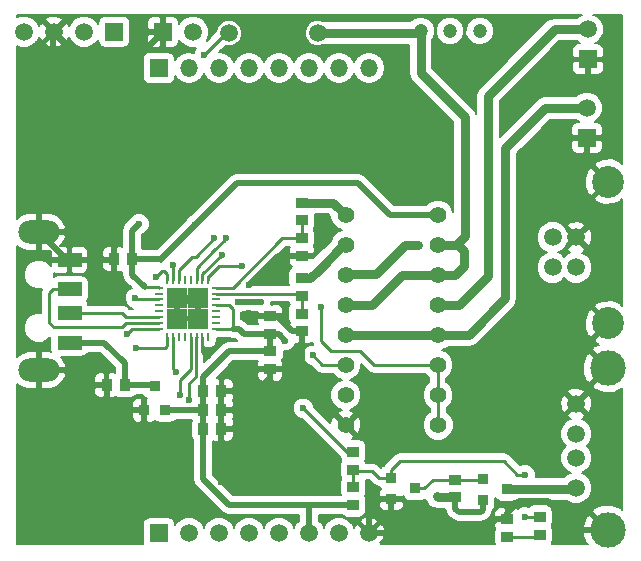
<source format=gbr>
G04 #@! TF.FileFunction,Copper,L1,Top,Signal*
%FSLAX46Y46*%
G04 Gerber Fmt 4.6, Leading zero omitted, Abs format (unit mm)*
G04 Created by KiCad (PCBNEW 4.0.2-stable) date 29/05/2019 20:06:32*
%MOMM*%
G01*
G04 APERTURE LIST*
%ADD10C,0.100000*%
%ADD11R,0.889000X1.016000*%
%ADD12R,1.016000X0.889000*%
%ADD13R,0.700000X0.250000*%
%ADD14R,0.250000X0.700000*%
%ADD15R,1.725000X1.725000*%
%ADD16R,0.914400X0.914400*%
%ADD17R,1.000000X0.900000*%
%ADD18C,1.200000*%
%ADD19R,1.524000X1.524000*%
%ADD20O,1.500000X1.500000*%
%ADD21R,1.500000X1.500000*%
%ADD22C,1.500000*%
%ADD23R,2.000000X1.200000*%
%ADD24O,3.500000X2.000000*%
%ADD25C,1.520000*%
%ADD26C,2.700000*%
%ADD27C,3.000000*%
%ADD28C,1.400000*%
%ADD29C,0.600000*%
%ADD30C,0.500000*%
%ADD31C,0.250000*%
%ADD32C,0.800000*%
%ADD33C,0.200000*%
G04 APERTURE END LIST*
D10*
D11*
X151662000Y-84700000D03*
X150138000Y-84700000D03*
X158338000Y-86800000D03*
X159862000Y-86800000D03*
X158338000Y-85200000D03*
X159862000Y-85200000D03*
X152312000Y-74050000D03*
X150788000Y-74050000D03*
D12*
X164000000Y-80362000D03*
X164000000Y-78838000D03*
D11*
X158338000Y-88400000D03*
X159862000Y-88400000D03*
D12*
X164000000Y-81838000D03*
X164000000Y-83362000D03*
X186800000Y-95863000D03*
X186800000Y-97387000D03*
D13*
X159400000Y-79950000D03*
X159400000Y-79450000D03*
X159400000Y-78950000D03*
X159400000Y-78450000D03*
X159400000Y-77950000D03*
X159400000Y-77450000D03*
X159400000Y-76950000D03*
X159400000Y-76450000D03*
D14*
X158750000Y-75800000D03*
X158250000Y-75800000D03*
X157750000Y-75800000D03*
X157250000Y-75800000D03*
X156750000Y-75800000D03*
X156250000Y-75800000D03*
X155750000Y-75800000D03*
X155250000Y-75800000D03*
D13*
X154600000Y-76450000D03*
X154600000Y-76950000D03*
X154600000Y-77450000D03*
X154600000Y-77950000D03*
X154600000Y-78450000D03*
X154600000Y-78950000D03*
X154600000Y-79450000D03*
X154600000Y-79950000D03*
D14*
X155250000Y-80600000D03*
X155750000Y-80600000D03*
X156250000Y-80600000D03*
X156750000Y-80600000D03*
X157250000Y-80600000D03*
X157750000Y-80600000D03*
X158250000Y-80600000D03*
X158750000Y-80600000D03*
D15*
X156137500Y-77337500D03*
X156137500Y-79062500D03*
X157862500Y-77337500D03*
X157862500Y-79062500D03*
D16*
X174234000Y-94339000D03*
X174234000Y-92561000D03*
X176266000Y-93450000D03*
X181984000Y-94389000D03*
X181984000Y-92611000D03*
X184016000Y-93500000D03*
D17*
X166650000Y-75650000D03*
X166650000Y-77150000D03*
X166650000Y-78650000D03*
X166650000Y-80150000D03*
X166650000Y-69250000D03*
X166650000Y-70750000D03*
X166650000Y-72250000D03*
X166650000Y-73750000D03*
X171025000Y-91850000D03*
X171025000Y-90350000D03*
X184075000Y-96050000D03*
X184075000Y-97550000D03*
X171025000Y-94850000D03*
X171025000Y-93350000D03*
X179650000Y-92700000D03*
X179650000Y-94200000D03*
D18*
X176725000Y-54700000D03*
X179225000Y-54700000D03*
X181725000Y-54700000D03*
D16*
X155089000Y-86816000D03*
X153311000Y-86816000D03*
X154200000Y-84784000D03*
D19*
X154575001Y-57865000D03*
D20*
X157115001Y-57865000D03*
X159655001Y-57865000D03*
X162195001Y-57865000D03*
X164735001Y-57865000D03*
X167275001Y-57865000D03*
X169815001Y-57865000D03*
X172355001Y-57865000D03*
D21*
X154575001Y-97235000D03*
D22*
X157115001Y-97235000D03*
X159655001Y-97235000D03*
X162195001Y-97235000D03*
X164735001Y-97235000D03*
X167275001Y-97235000D03*
X169815001Y-97235000D03*
X172355001Y-97235000D03*
D21*
X150775000Y-54775000D03*
D22*
X148235000Y-54775000D03*
X145695000Y-54775000D03*
X143155000Y-54775000D03*
D23*
X147000000Y-81100000D03*
X147000000Y-78600000D03*
X147000000Y-76600000D03*
X147000000Y-74100000D03*
D24*
X144400000Y-71750000D03*
X144400000Y-83450000D03*
D25*
X187900000Y-74740000D03*
X187900000Y-72200000D03*
X189900000Y-72200000D03*
X189900000Y-74740000D03*
D26*
X192600000Y-79470000D03*
X192600000Y-67470000D03*
D22*
X189900000Y-86290000D03*
X189900000Y-88830000D03*
X189900000Y-90860000D03*
X189900000Y-93400000D03*
D27*
X192570000Y-83240000D03*
X192570000Y-96960000D03*
D21*
X154900000Y-54800000D03*
D22*
X157440000Y-54800000D03*
D21*
X190800000Y-63775000D03*
D22*
X190800000Y-61235000D03*
D21*
X190875000Y-57125000D03*
D22*
X190875000Y-54585000D03*
D28*
X170388400Y-70310000D03*
X170388400Y-72850000D03*
X170388400Y-75390000D03*
X170388400Y-77930000D03*
X170388400Y-80470000D03*
X170388400Y-83010000D03*
X170388400Y-85550000D03*
X170388400Y-88090000D03*
X178211600Y-88090000D03*
X178186200Y-85550000D03*
X178186200Y-83010000D03*
X178186200Y-80470000D03*
X178186200Y-77930000D03*
X178186200Y-75390000D03*
X178186200Y-72850000D03*
X178186200Y-70310000D03*
D22*
X168000000Y-54900000D03*
X160500000Y-54900000D03*
D29*
X158725000Y-82250000D03*
X156825000Y-77575000D03*
X155150000Y-69950000D03*
X157862500Y-79062500D03*
X159825000Y-95600000D03*
X159850000Y-92925000D03*
X161975000Y-83325000D03*
X162200000Y-76200000D03*
X162175000Y-78575000D03*
X157650000Y-71125000D03*
X161300000Y-77700000D03*
X165275000Y-80925000D03*
X163175000Y-77700000D03*
X152875000Y-71050000D03*
X185575000Y-95875000D03*
X185575000Y-92275000D03*
X161575000Y-74600000D03*
X166800000Y-86675000D03*
X159925000Y-73650000D03*
X167575000Y-82175000D03*
X160250000Y-72275000D03*
X158425000Y-56725000D03*
X168250000Y-78125000D03*
X159250000Y-72275000D03*
X155750000Y-74525000D03*
X154350000Y-75575000D03*
X152575000Y-77350000D03*
X151825000Y-80375000D03*
X152625000Y-81575000D03*
X156025000Y-83550000D03*
X156350000Y-85550000D03*
X157150000Y-85950000D03*
X178075000Y-94100000D03*
X170388400Y-75390000D03*
X176500000Y-72875000D03*
D30*
X151662000Y-84700000D02*
X153916000Y-84700000D01*
X153916000Y-84700000D02*
X154200000Y-84984000D01*
X147000000Y-81100000D02*
X149900000Y-81100000D01*
X151662000Y-82862000D02*
X151662000Y-84700000D01*
X149900000Y-81100000D02*
X151662000Y-82862000D01*
D31*
X158250000Y-81400000D02*
X158400000Y-81550000D01*
X158250000Y-80600000D02*
X158250000Y-81400000D01*
X158250000Y-81400000D02*
X158250000Y-81650000D01*
D30*
X158725000Y-82250000D02*
X158400000Y-81925000D01*
X158400000Y-81925000D02*
X158400000Y-81800000D01*
D31*
X158250000Y-81650000D02*
X158400000Y-81800000D01*
D30*
X150788000Y-74050000D02*
X150788000Y-71312000D01*
X156825000Y-77575000D02*
X156587500Y-77337500D01*
X152150000Y-69950000D02*
X155150000Y-69950000D01*
X150788000Y-71312000D02*
X152150000Y-69950000D01*
X156587500Y-77337500D02*
X156137500Y-77337500D01*
X157862500Y-77337500D02*
X157862500Y-79062500D01*
X145620000Y-54800000D02*
X145625000Y-54800000D01*
X145625000Y-54800000D02*
X147975000Y-57150000D01*
X152550000Y-57150000D02*
X154900000Y-54800000D01*
X147975000Y-57150000D02*
X152550000Y-57150000D01*
X144400000Y-71750000D02*
X144400000Y-59000000D01*
X145620000Y-57780000D02*
X145620000Y-54800000D01*
X144400000Y-59000000D02*
X145620000Y-57780000D01*
X184075000Y-96050000D02*
X184075000Y-95525000D01*
X189935000Y-96960000D02*
X192570000Y-96960000D01*
X187525002Y-94550002D02*
X189935000Y-96960000D01*
X185049998Y-94550002D02*
X187525002Y-94550002D01*
X184075000Y-95525000D02*
X185049998Y-94550002D01*
X184075000Y-96050000D02*
X183100000Y-96050000D01*
X181915000Y-97235000D02*
X172355001Y-97235000D01*
X183100000Y-96050000D02*
X181915000Y-97235000D01*
X159862000Y-88400000D02*
X159862000Y-92913000D01*
X153311000Y-89086000D02*
X153311000Y-86816000D01*
X159825000Y-95600000D02*
X153311000Y-89086000D01*
X159862000Y-92913000D02*
X159850000Y-92925000D01*
X150138000Y-84700000D02*
X150138000Y-86438000D01*
X150138000Y-86438000D02*
X150516000Y-86816000D01*
X150516000Y-86816000D02*
X153311000Y-86816000D01*
X144400000Y-83450000D02*
X147575000Y-83450000D01*
X148825000Y-84700000D02*
X150138000Y-84700000D01*
X147575000Y-83450000D02*
X148825000Y-84700000D01*
X147000000Y-74100000D02*
X146750000Y-74100000D01*
X146750000Y-74100000D02*
X144400000Y-71750000D01*
X147000000Y-74100000D02*
X150738000Y-74100000D01*
X150738000Y-74100000D02*
X150788000Y-74050000D01*
X156137500Y-79062500D02*
X156137500Y-77337500D01*
X156137500Y-77337500D02*
X157862500Y-77337500D01*
X164000000Y-83362000D02*
X162012000Y-83362000D01*
X162012000Y-83362000D02*
X161975000Y-83325000D01*
X166650000Y-73750000D02*
X164650000Y-73750000D01*
X164650000Y-73750000D02*
X162200000Y-76200000D01*
X162438000Y-78838000D02*
X164000000Y-78838000D01*
X162175000Y-78575000D02*
X162438000Y-78838000D01*
X172355001Y-97235000D02*
X172355001Y-95244999D01*
X173261000Y-94339000D02*
X174234000Y-94339000D01*
X172355001Y-95244999D02*
X173261000Y-94339000D01*
X166650000Y-80150000D02*
X166650000Y-84351600D01*
X166650000Y-84351600D02*
X170388400Y-88090000D01*
X166650000Y-80150000D02*
X165850000Y-80150000D01*
X164538000Y-78838000D02*
X164000000Y-78838000D01*
X165850000Y-80150000D02*
X164538000Y-78838000D01*
X159862000Y-85200000D02*
X162900000Y-85200000D01*
X164000000Y-84100000D02*
X164000000Y-83362000D01*
X162900000Y-85200000D02*
X164000000Y-84100000D01*
X159862000Y-88400000D02*
X159862000Y-86800000D01*
X159862000Y-86800000D02*
X159862000Y-85200000D01*
X157900000Y-70900000D02*
X157900000Y-70875000D01*
X157887500Y-70887500D02*
X157900000Y-70900000D01*
X157650000Y-71125000D02*
X157887500Y-70887500D01*
X163175000Y-77700000D02*
X161325000Y-77700000D01*
X161325000Y-77700000D02*
X161300000Y-77700000D01*
X164000000Y-80362000D02*
X164712000Y-80362000D01*
X164712000Y-80362000D02*
X165275000Y-80925000D01*
D31*
X154550000Y-76400000D02*
X153375000Y-76400000D01*
D30*
X152312000Y-75337000D02*
X153375000Y-76400000D01*
X152312000Y-75337000D02*
X152312000Y-74050000D01*
D31*
X154550000Y-76400000D02*
X154600000Y-76450000D01*
X159400000Y-77950000D02*
X160500000Y-77950000D01*
X160800000Y-78250000D02*
X160800000Y-79950000D01*
X160500000Y-77950000D02*
X160800000Y-78250000D01*
X159400000Y-79950000D02*
X160800000Y-79950000D01*
D30*
X161326000Y-79950000D02*
X160800000Y-79950000D01*
X161350500Y-79974500D02*
X161326000Y-79950000D01*
X161738000Y-80362000D02*
X161350500Y-79974500D01*
X161738000Y-80362000D02*
X164000000Y-80362000D01*
X152875000Y-71050000D02*
X152312000Y-71613000D01*
X152312000Y-71613000D02*
X152312000Y-74050000D01*
X167275001Y-95375000D02*
X167275001Y-94850000D01*
X167200000Y-94925000D02*
X167200000Y-94850000D01*
X167200001Y-94925000D02*
X167200000Y-94925000D01*
X167275001Y-94850000D02*
X167200001Y-94925000D01*
X158338000Y-88400000D02*
X158338000Y-92688000D01*
X158338000Y-92688000D02*
X160500000Y-94850000D01*
X160500000Y-94850000D02*
X167200000Y-94850000D01*
X167200000Y-94850000D02*
X167700000Y-94850000D01*
X158338000Y-86800000D02*
X158338000Y-88400000D01*
X154725000Y-74075000D02*
X154725000Y-74050000D01*
X154725000Y-74050000D02*
X157900000Y-70875000D01*
X152312000Y-74050000D02*
X154700000Y-74050000D01*
X154700000Y-74050000D02*
X154725000Y-74075000D01*
X157900000Y-70875000D02*
X161150000Y-67625000D01*
X174135000Y-70310000D02*
X178186200Y-70310000D01*
X171450000Y-67625000D02*
X174135000Y-70310000D01*
X161150000Y-67625000D02*
X171450000Y-67625000D01*
X152312000Y-74050000D02*
X152450000Y-74050000D01*
X167275001Y-97235000D02*
X167275001Y-95375000D01*
X167700000Y-94850000D02*
X171025000Y-94850000D01*
X158338000Y-85200000D02*
X158338000Y-84012000D01*
X160512000Y-81838000D02*
X164000000Y-81838000D01*
X158338000Y-84012000D02*
X160512000Y-81838000D01*
X164000000Y-81838000D02*
X164000000Y-80362000D01*
X158338000Y-86800000D02*
X155105000Y-86800000D01*
X155105000Y-86800000D02*
X155089000Y-86816000D01*
X158322000Y-87016000D02*
X158338000Y-87000000D01*
X158338000Y-87000000D02*
X158338000Y-85400000D01*
D31*
X174234000Y-92561000D02*
X174234000Y-91866000D01*
X186263000Y-95863000D02*
X186800000Y-95863000D01*
X185575000Y-95875000D02*
X186263000Y-95863000D01*
X184900000Y-92275000D02*
X185575000Y-92275000D01*
X183750000Y-91125000D02*
X184900000Y-92275000D01*
X174975000Y-91125000D02*
X183750000Y-91125000D01*
X174234000Y-91866000D02*
X174975000Y-91125000D01*
X171025000Y-93350000D02*
X171025000Y-91850000D01*
X171025000Y-91850000D02*
X171175000Y-92000000D01*
X171175000Y-92000000D02*
X172625000Y-92000000D01*
X172625000Y-92000000D02*
X173186000Y-92561000D01*
X173186000Y-92561000D02*
X174234000Y-92561000D01*
X184075000Y-97550000D02*
X186637000Y-97550000D01*
X186637000Y-97550000D02*
X186800000Y-97387000D01*
X159400000Y-76950000D02*
X166450000Y-76950000D01*
X166450000Y-76950000D02*
X166650000Y-77150000D01*
X166650000Y-78650000D02*
X166650000Y-77150000D01*
X166650000Y-72250000D02*
X166650000Y-70750000D01*
X159400000Y-76450000D02*
X160800000Y-76450000D01*
X165000000Y-72250000D02*
X166650000Y-72250000D01*
X160800000Y-76450000D02*
X165000000Y-72250000D01*
X171025000Y-90350000D02*
X170475000Y-90350000D01*
X159675000Y-74600000D02*
X160625000Y-74600000D01*
X159675000Y-74600000D02*
X158750000Y-75525000D01*
X161575000Y-74600000D02*
X160625000Y-74600000D01*
X170475000Y-90350000D02*
X166800000Y-86675000D01*
X158750000Y-75800000D02*
X158750000Y-75525000D01*
X170388400Y-83010000D02*
X168410000Y-83010000D01*
X158250000Y-75325000D02*
X158250000Y-75800000D01*
X159925000Y-73650000D02*
X158250000Y-75325000D01*
X168410000Y-83010000D02*
X167575000Y-82175000D01*
X159225000Y-73300000D02*
X160125000Y-72400000D01*
X160225000Y-72275000D02*
X160250000Y-72275000D01*
X160125000Y-72375000D02*
X160225000Y-72275000D01*
X160125000Y-72400000D02*
X160125000Y-72375000D01*
X158425000Y-56725000D02*
X160250000Y-54900000D01*
X172810000Y-83010000D02*
X171600000Y-81800000D01*
X178186200Y-83010000D02*
X172810000Y-83010000D01*
X168250000Y-80950000D02*
X168250000Y-78125000D01*
X169100000Y-81800000D02*
X168250000Y-80950000D01*
X171600000Y-81800000D02*
X169100000Y-81800000D01*
X160250000Y-54900000D02*
X160500000Y-54900000D01*
X157750000Y-75800000D02*
X157750000Y-74775000D01*
X157750000Y-74775000D02*
X159225000Y-73300000D01*
X178186200Y-85550000D02*
X178186200Y-83010000D01*
X178211600Y-88090000D02*
X178211600Y-85575400D01*
X178211600Y-85575400D02*
X178186200Y-85550000D01*
X157387500Y-73837500D02*
X157687500Y-73837500D01*
X157687500Y-73837500D02*
X159250000Y-72275000D01*
X156250000Y-75800000D02*
X156250000Y-74975000D01*
X156250000Y-74975000D02*
X157387500Y-73837500D01*
X155750000Y-74525000D02*
X155750000Y-75800000D01*
X155250000Y-75800000D02*
X155250000Y-75300000D01*
X154850000Y-75075000D02*
X154350000Y-75575000D01*
X155025000Y-75075000D02*
X154850000Y-75075000D01*
X155250000Y-75300000D02*
X155025000Y-75075000D01*
X154600000Y-77450000D02*
X152425000Y-77450000D01*
X152425000Y-77450000D02*
X152575000Y-77350000D01*
X147000000Y-78600000D02*
X151400000Y-78600000D01*
X151750000Y-78950000D02*
X154600000Y-78950000D01*
X151400000Y-78600000D02*
X151750000Y-78950000D01*
X151100000Y-79800000D02*
X151400000Y-79800000D01*
X151750000Y-79450000D02*
X151950000Y-79450000D01*
X151400000Y-79800000D02*
X151750000Y-79450000D01*
X147000000Y-76600000D02*
X145600000Y-76600000D01*
X145600000Y-76600000D02*
X145300000Y-76900000D01*
X145300000Y-76900000D02*
X145300000Y-79400000D01*
X145300000Y-79400000D02*
X145700000Y-79800000D01*
X145700000Y-79800000D02*
X151100000Y-79800000D01*
X151950000Y-79450000D02*
X154600000Y-79450000D01*
X154600000Y-79950000D02*
X152250000Y-79950000D01*
X152250000Y-79950000D02*
X151825000Y-80375000D01*
X155250000Y-80600000D02*
X155250000Y-81375000D01*
X155050000Y-81575000D02*
X152625000Y-81575000D01*
X155250000Y-81375000D02*
X155050000Y-81575000D01*
X155750000Y-83275000D02*
X155750000Y-80600000D01*
X156025000Y-83550000D02*
X155750000Y-83275000D01*
X157250000Y-81975000D02*
X157250000Y-83375000D01*
X156350000Y-84275000D02*
X156350000Y-85550000D01*
X157250000Y-83375000D02*
X156350000Y-84275000D01*
X157250000Y-80600000D02*
X157250000Y-81975000D01*
X157700002Y-83974998D02*
X157150000Y-84525000D01*
X157150000Y-84525000D02*
X157150000Y-85500000D01*
X157700002Y-83974998D02*
X157700002Y-82775000D01*
X157150000Y-85450000D02*
X157150000Y-85500000D01*
X157150000Y-85950000D02*
X157150000Y-85450000D01*
X157700002Y-82775000D02*
X157700002Y-80600000D01*
X157700002Y-80600000D02*
X157750000Y-80600000D01*
X179650000Y-92700000D02*
X181895000Y-92700000D01*
X181895000Y-92700000D02*
X181984000Y-92611000D01*
X176266000Y-93450000D02*
X177050000Y-93450000D01*
X177800000Y-92700000D02*
X179650000Y-92700000D01*
X177050000Y-93450000D02*
X177800000Y-92700000D01*
D32*
X179650000Y-94200000D02*
X178175000Y-94200000D01*
X178175000Y-94200000D02*
X178075000Y-94100000D01*
D30*
X179650000Y-94200000D02*
X179650000Y-95150000D01*
X181984000Y-95266000D02*
X181984000Y-94389000D01*
X181800000Y-95450000D02*
X181984000Y-95266000D01*
X179950000Y-95450000D02*
X181800000Y-95450000D01*
X179650000Y-95150000D02*
X179950000Y-95450000D01*
D32*
X184016000Y-93500000D02*
X189800000Y-93500000D01*
X189800000Y-93500000D02*
X189900000Y-93400000D01*
X178186200Y-80470000D02*
X180780000Y-80470000D01*
X187290000Y-61235000D02*
X190800000Y-61235000D01*
X183900000Y-64625000D02*
X187290000Y-61235000D01*
X183900000Y-77350000D02*
X183900000Y-64625000D01*
X180780000Y-80470000D02*
X183900000Y-77350000D01*
X166650000Y-75650000D02*
X167375000Y-75650000D01*
X167375000Y-75650000D02*
X168100000Y-74925000D01*
X170388400Y-72850000D02*
X170175000Y-72850000D01*
X170175000Y-72850000D02*
X168100000Y-74925000D01*
X170388400Y-80470000D02*
X178186200Y-80470000D01*
X178186200Y-77930000D02*
X179970000Y-77930000D01*
X188065000Y-54585000D02*
X190875000Y-54585000D01*
X182425000Y-60225000D02*
X188065000Y-54585000D01*
X182425000Y-75475000D02*
X182425000Y-60225000D01*
X179970000Y-77930000D02*
X182425000Y-75475000D01*
X170388400Y-75390000D02*
X170478400Y-75300000D01*
X170478400Y-75300000D02*
X172975000Y-75300000D01*
X175400000Y-72875000D02*
X176500000Y-72875000D01*
X172975000Y-75300000D02*
X175400000Y-72875000D01*
X166650000Y-69250000D02*
X169328400Y-69250000D01*
X169328400Y-69250000D02*
X170388400Y-70310000D01*
X170388400Y-77930000D02*
X172570000Y-77930000D01*
X175110000Y-75390000D02*
X178186200Y-75390000D01*
X172570000Y-77930000D02*
X175110000Y-75390000D01*
X178186200Y-72850000D02*
X179725000Y-72850000D01*
X176725000Y-58250000D02*
X176725000Y-54700000D01*
X180475000Y-62000000D02*
X176725000Y-58250000D01*
X180475000Y-72100000D02*
X180475000Y-62000000D01*
X179725000Y-72850000D02*
X180475000Y-72100000D01*
X178186200Y-75390000D02*
X179635000Y-75390000D01*
X179900000Y-72850000D02*
X178186200Y-72850000D01*
X180375000Y-73325000D02*
X179900000Y-72850000D01*
X180375000Y-74650000D02*
X180375000Y-73325000D01*
X179635000Y-75390000D02*
X180375000Y-74650000D01*
X178186200Y-72850000D02*
X178725000Y-72850000D01*
X168000000Y-54900000D02*
X176525000Y-54900000D01*
X176525000Y-54900000D02*
X176725000Y-54700000D01*
D33*
G36*
X193750000Y-65993575D02*
X193640537Y-65775823D01*
X192912998Y-65506588D01*
X192137807Y-65536264D01*
X191559463Y-65775823D01*
X191413658Y-66065869D01*
X192600000Y-67252211D01*
X192614142Y-67238069D01*
X192831931Y-67455858D01*
X192817789Y-67470000D01*
X192831931Y-67484142D01*
X192614142Y-67701931D01*
X192600000Y-67687789D01*
X191413658Y-68874131D01*
X191559463Y-69164177D01*
X192287002Y-69433412D01*
X193062193Y-69403736D01*
X193640537Y-69164177D01*
X193750000Y-68946425D01*
X193750000Y-77993575D01*
X193640537Y-77775823D01*
X192912998Y-77506588D01*
X192137807Y-77536264D01*
X191559463Y-77775823D01*
X191413658Y-78065869D01*
X192600000Y-79252211D01*
X192614142Y-79238069D01*
X192831931Y-79455858D01*
X192817789Y-79470000D01*
X192831931Y-79484142D01*
X192614142Y-79701931D01*
X192600000Y-79687789D01*
X191413658Y-80874131D01*
X191559463Y-81164177D01*
X191824427Y-81262230D01*
X191439317Y-81421748D01*
X191275162Y-81727373D01*
X192570000Y-83022211D01*
X192584142Y-83008069D01*
X192801931Y-83225858D01*
X192787789Y-83240000D01*
X192801931Y-83254142D01*
X192584142Y-83471931D01*
X192570000Y-83457789D01*
X191275162Y-84752627D01*
X191439317Y-85058252D01*
X192221200Y-85352539D01*
X193056185Y-85325212D01*
X193700683Y-85058252D01*
X193750000Y-84966433D01*
X193750000Y-95233567D01*
X193700683Y-95141748D01*
X192918800Y-94847461D01*
X192083815Y-94874788D01*
X191439317Y-95141748D01*
X191275162Y-95447373D01*
X192570000Y-96742211D01*
X192584142Y-96728069D01*
X192801931Y-96945858D01*
X192787789Y-96960000D01*
X192801931Y-96974142D01*
X192584142Y-97191931D01*
X192570000Y-97177789D01*
X192555858Y-97191931D01*
X192338069Y-96974142D01*
X192352211Y-96960000D01*
X191057373Y-95665162D01*
X190751748Y-95829317D01*
X190457461Y-96611200D01*
X190484788Y-97446185D01*
X190751748Y-98090683D01*
X190862185Y-98150000D01*
X187816557Y-98150000D01*
X187871556Y-98069507D01*
X187919754Y-97831500D01*
X187919754Y-96942500D01*
X187877917Y-96720154D01*
X187816956Y-96625417D01*
X187871556Y-96545507D01*
X187919754Y-96307500D01*
X187919754Y-95418500D01*
X187877917Y-95196154D01*
X187746510Y-94991942D01*
X187546007Y-94854944D01*
X187308000Y-94806746D01*
X186292000Y-94806746D01*
X186069654Y-94848583D01*
X185865442Y-94979990D01*
X185843562Y-95012012D01*
X185754806Y-94975157D01*
X185396764Y-94974844D01*
X185065857Y-95111572D01*
X185000421Y-95176893D01*
X184914873Y-95091345D01*
X184694348Y-95000000D01*
X184379000Y-95000000D01*
X184229000Y-95150000D01*
X184229000Y-95896000D01*
X184249000Y-95896000D01*
X184249000Y-96204000D01*
X184229000Y-96204000D01*
X184229000Y-96224000D01*
X183921000Y-96224000D01*
X183921000Y-96204000D01*
X183125000Y-96204000D01*
X182975000Y-96354000D01*
X182975000Y-96619347D01*
X183051328Y-96803621D01*
X183011444Y-96861993D01*
X182963246Y-97100000D01*
X182963246Y-98000000D01*
X182991470Y-98150000D01*
X173383822Y-98150000D01*
X173435807Y-98098015D01*
X173324263Y-97986471D01*
X173552098Y-97914387D01*
X173720964Y-97404563D01*
X173681876Y-96868924D01*
X173552098Y-96555613D01*
X173324261Y-96483529D01*
X172572790Y-97235000D01*
X172586932Y-97249142D01*
X172369143Y-97466931D01*
X172355001Y-97452789D01*
X172340859Y-97466931D01*
X172123070Y-97249142D01*
X172137212Y-97235000D01*
X171385741Y-96483529D01*
X171157904Y-96555613D01*
X171085415Y-96774466D01*
X170960143Y-96471285D01*
X170754956Y-96265740D01*
X171603530Y-96265740D01*
X172355001Y-97017211D01*
X173106472Y-96265740D01*
X173034388Y-96037903D01*
X172524564Y-95869037D01*
X171988925Y-95908125D01*
X171675614Y-96037903D01*
X171603530Y-96265740D01*
X170754956Y-96265740D01*
X170580713Y-96091193D01*
X170084711Y-95885235D01*
X169547648Y-95884766D01*
X169051286Y-96089858D01*
X168671194Y-96469288D01*
X168544945Y-96773330D01*
X168420143Y-96471285D01*
X168125001Y-96175628D01*
X168125001Y-95700000D01*
X170069400Y-95700000D01*
X170086490Y-95726558D01*
X170286993Y-95863556D01*
X170525000Y-95911754D01*
X171525000Y-95911754D01*
X171747346Y-95869917D01*
X171951558Y-95738510D01*
X172088556Y-95538007D01*
X172136754Y-95300000D01*
X172136754Y-94643000D01*
X173176800Y-94643000D01*
X173176800Y-94915547D01*
X173268144Y-95136072D01*
X173436927Y-95304855D01*
X173657452Y-95396200D01*
X173930000Y-95396200D01*
X174080000Y-95246200D01*
X174080000Y-94493000D01*
X174388000Y-94493000D01*
X174388000Y-95246200D01*
X174538000Y-95396200D01*
X174810548Y-95396200D01*
X175031073Y-95304855D01*
X175199856Y-95136072D01*
X175291200Y-94915547D01*
X175291200Y-94643000D01*
X175141200Y-94493000D01*
X174388000Y-94493000D01*
X174080000Y-94493000D01*
X173326800Y-94493000D01*
X173176800Y-94643000D01*
X172136754Y-94643000D01*
X172136754Y-94400000D01*
X172094917Y-94177654D01*
X172045554Y-94100942D01*
X172088556Y-94038007D01*
X172136754Y-93800000D01*
X172136754Y-92900000D01*
X172103826Y-92725000D01*
X172324696Y-92725000D01*
X172673348Y-93073653D01*
X172908554Y-93230813D01*
X173186000Y-93286000D01*
X173236132Y-93286000D01*
X173338290Y-93444758D01*
X173354344Y-93455728D01*
X173268144Y-93541928D01*
X173176800Y-93762453D01*
X173176800Y-94035000D01*
X173326800Y-94185000D01*
X174080000Y-94185000D01*
X174080000Y-94165000D01*
X174388000Y-94165000D01*
X174388000Y-94185000D01*
X175141200Y-94185000D01*
X175232195Y-94094005D01*
X175238883Y-94129546D01*
X175370290Y-94333758D01*
X175570793Y-94470756D01*
X175808800Y-94518954D01*
X176723200Y-94518954D01*
X176945546Y-94477117D01*
X177126811Y-94360476D01*
X177151120Y-94482684D01*
X177367893Y-94807107D01*
X177467893Y-94907107D01*
X177792317Y-95123880D01*
X178175000Y-95200000D01*
X178809946Y-95200000D01*
X178864702Y-95475281D01*
X179048959Y-95751041D01*
X179348959Y-96051041D01*
X179624719Y-96235298D01*
X179950000Y-96300000D01*
X181800000Y-96300000D01*
X182125281Y-96235298D01*
X182401041Y-96051041D01*
X182585041Y-95867041D01*
X182769298Y-95591281D01*
X182791303Y-95480653D01*
X182975000Y-95480653D01*
X182975000Y-95746000D01*
X183125000Y-95896000D01*
X183921000Y-95896000D01*
X183921000Y-95150000D01*
X183771000Y-95000000D01*
X183455652Y-95000000D01*
X183235127Y-95091345D01*
X183066344Y-95260128D01*
X182975000Y-95480653D01*
X182791303Y-95480653D01*
X182824777Y-95312368D01*
X182867758Y-95284710D01*
X183004756Y-95084207D01*
X183052954Y-94846200D01*
X183052954Y-94279115D01*
X183120290Y-94383758D01*
X183320793Y-94520756D01*
X183558800Y-94568954D01*
X184473200Y-94568954D01*
X184695546Y-94527117D01*
X184737687Y-94500000D01*
X189090557Y-94500000D01*
X189134288Y-94543807D01*
X189630290Y-94749765D01*
X190167353Y-94750234D01*
X190663715Y-94545142D01*
X191043807Y-94165712D01*
X191249765Y-93669710D01*
X191250234Y-93132647D01*
X191045142Y-92636285D01*
X190665712Y-92256193D01*
X190361670Y-92129944D01*
X190663715Y-92005142D01*
X191043807Y-91625712D01*
X191249765Y-91129710D01*
X191250234Y-90592647D01*
X191045142Y-90096285D01*
X190794190Y-89844895D01*
X191043807Y-89595712D01*
X191249765Y-89099710D01*
X191250234Y-88562647D01*
X191045142Y-88066285D01*
X190665712Y-87686193D01*
X190382569Y-87568622D01*
X190579387Y-87487097D01*
X190651471Y-87259260D01*
X189900000Y-86507789D01*
X189148529Y-87259260D01*
X189220613Y-87487097D01*
X189439466Y-87559586D01*
X189136285Y-87684858D01*
X188756193Y-88064288D01*
X188550235Y-88560290D01*
X188549766Y-89097353D01*
X188754858Y-89593715D01*
X189005810Y-89845105D01*
X188756193Y-90094288D01*
X188550235Y-90590290D01*
X188549766Y-91127353D01*
X188754858Y-91623715D01*
X189134288Y-92003807D01*
X189438330Y-92130056D01*
X189136285Y-92254858D01*
X188890715Y-92500000D01*
X186456077Y-92500000D01*
X186474843Y-92454806D01*
X186475156Y-92096764D01*
X186338428Y-91765857D01*
X186085475Y-91512462D01*
X185754806Y-91375157D01*
X185396764Y-91374844D01*
X185133802Y-91483498D01*
X184262652Y-90612348D01*
X184027446Y-90455187D01*
X183981415Y-90446031D01*
X183750000Y-90400000D01*
X174975000Y-90400000D01*
X174697555Y-90455187D01*
X174697553Y-90455188D01*
X174697554Y-90455188D01*
X174462347Y-90612348D01*
X173721348Y-91353348D01*
X173607370Y-91523926D01*
X173554454Y-91533883D01*
X173350242Y-91665290D01*
X173336178Y-91685874D01*
X173137652Y-91487348D01*
X172902446Y-91330187D01*
X172856415Y-91321031D01*
X172625000Y-91275000D01*
X172113234Y-91275000D01*
X172094917Y-91177654D01*
X172045554Y-91100942D01*
X172088556Y-91038007D01*
X172136754Y-90800000D01*
X172136754Y-89900000D01*
X172094917Y-89677654D01*
X171963510Y-89473442D01*
X171763007Y-89336444D01*
X171525000Y-89288246D01*
X170934630Y-89288246D01*
X171037626Y-89245584D01*
X171103523Y-89022912D01*
X170388400Y-88307789D01*
X170374258Y-88321931D01*
X170156469Y-88104142D01*
X170170611Y-88090000D01*
X170606189Y-88090000D01*
X171321312Y-88805123D01*
X171543984Y-88739226D01*
X171704468Y-88247584D01*
X171664593Y-87731952D01*
X171543984Y-87440774D01*
X171321312Y-87374877D01*
X170606189Y-88090000D01*
X170170611Y-88090000D01*
X169455488Y-87374877D01*
X169232816Y-87440774D01*
X169074889Y-87924584D01*
X167700110Y-86549806D01*
X167700156Y-86496764D01*
X167563428Y-86165857D01*
X167310475Y-85912462D01*
X166979806Y-85775157D01*
X166621764Y-85774844D01*
X166290857Y-85911572D01*
X166037462Y-86164525D01*
X165900157Y-86495194D01*
X165899844Y-86853236D01*
X166036572Y-87184143D01*
X166289525Y-87437538D01*
X166620194Y-87574843D01*
X166674586Y-87574891D01*
X169916387Y-90816692D01*
X169955083Y-91022346D01*
X170004446Y-91099058D01*
X169961444Y-91161993D01*
X169913246Y-91400000D01*
X169913246Y-92300000D01*
X169955083Y-92522346D01*
X170004446Y-92599058D01*
X169961444Y-92661993D01*
X169913246Y-92900000D01*
X169913246Y-93800000D01*
X169950878Y-94000000D01*
X160852082Y-94000000D01*
X159188000Y-92335918D01*
X159188000Y-89462373D01*
X159298153Y-89508000D01*
X159558000Y-89508000D01*
X159708000Y-89358000D01*
X159708000Y-88554000D01*
X160016000Y-88554000D01*
X160016000Y-89358000D01*
X160166000Y-89508000D01*
X160425847Y-89508000D01*
X160646372Y-89416656D01*
X160815155Y-89247873D01*
X160906500Y-89027348D01*
X160906500Y-88704000D01*
X160756500Y-88554000D01*
X160016000Y-88554000D01*
X159708000Y-88554000D01*
X159688000Y-88554000D01*
X159688000Y-88246000D01*
X159708000Y-88246000D01*
X159708000Y-86954000D01*
X160016000Y-86954000D01*
X160016000Y-88246000D01*
X160756500Y-88246000D01*
X160906500Y-88096000D01*
X160906500Y-87772652D01*
X160834985Y-87600000D01*
X160906500Y-87427348D01*
X160906500Y-87104000D01*
X160756500Y-86954000D01*
X160016000Y-86954000D01*
X159708000Y-86954000D01*
X159688000Y-86954000D01*
X159688000Y-86646000D01*
X159708000Y-86646000D01*
X159708000Y-85354000D01*
X160016000Y-85354000D01*
X160016000Y-86646000D01*
X160756500Y-86646000D01*
X160906500Y-86496000D01*
X160906500Y-86172652D01*
X160834985Y-86000000D01*
X160906500Y-85827348D01*
X160906500Y-85504000D01*
X160756500Y-85354000D01*
X160016000Y-85354000D01*
X159708000Y-85354000D01*
X159688000Y-85354000D01*
X159688000Y-85046000D01*
X159708000Y-85046000D01*
X159708000Y-84242000D01*
X160016000Y-84242000D01*
X160016000Y-85046000D01*
X160756500Y-85046000D01*
X160906500Y-84896000D01*
X160906500Y-84572652D01*
X160815155Y-84352127D01*
X160646372Y-84183344D01*
X160425847Y-84092000D01*
X160166000Y-84092000D01*
X160016000Y-84242000D01*
X159708000Y-84242000D01*
X159558000Y-84092000D01*
X159460082Y-84092000D01*
X159886082Y-83666000D01*
X162892000Y-83666000D01*
X162892000Y-83925847D01*
X162983344Y-84146372D01*
X163152127Y-84315155D01*
X163372652Y-84406500D01*
X163696000Y-84406500D01*
X163846000Y-84256500D01*
X163846000Y-83516000D01*
X164154000Y-83516000D01*
X164154000Y-84256500D01*
X164304000Y-84406500D01*
X164627348Y-84406500D01*
X164847873Y-84315155D01*
X165016656Y-84146372D01*
X165108000Y-83925847D01*
X165108000Y-83666000D01*
X164958000Y-83516000D01*
X164154000Y-83516000D01*
X163846000Y-83516000D01*
X163042000Y-83516000D01*
X162892000Y-83666000D01*
X159886082Y-83666000D01*
X160864082Y-82688000D01*
X162937627Y-82688000D01*
X162892000Y-82798153D01*
X162892000Y-83058000D01*
X163042000Y-83208000D01*
X163846000Y-83208000D01*
X163846000Y-83188000D01*
X164154000Y-83188000D01*
X164154000Y-83208000D01*
X164958000Y-83208000D01*
X165108000Y-83058000D01*
X165108000Y-82798153D01*
X165022646Y-82592089D01*
X165071556Y-82520507D01*
X165119754Y-82282500D01*
X165119754Y-81824864D01*
X165453236Y-81825156D01*
X165784143Y-81688428D01*
X166037538Y-81435475D01*
X166135315Y-81200000D01*
X166346000Y-81200000D01*
X166496000Y-81050000D01*
X166496000Y-80304000D01*
X166476000Y-80304000D01*
X166476000Y-79996000D01*
X166496000Y-79996000D01*
X166496000Y-79976000D01*
X166804000Y-79976000D01*
X166804000Y-79996000D01*
X166824000Y-79996000D01*
X166824000Y-80304000D01*
X166804000Y-80304000D01*
X166804000Y-81050000D01*
X166954000Y-81200000D01*
X167269348Y-81200000D01*
X167489873Y-81108655D01*
X167545495Y-81053033D01*
X167564245Y-81147298D01*
X167580187Y-81227446D01*
X167611983Y-81275032D01*
X167396764Y-81274844D01*
X167065857Y-81411572D01*
X166812462Y-81664525D01*
X166675157Y-81995194D01*
X166674844Y-82353236D01*
X166811572Y-82684143D01*
X167064525Y-82937538D01*
X167395194Y-83074843D01*
X167449586Y-83074891D01*
X167897347Y-83522652D01*
X167983543Y-83580246D01*
X168132555Y-83679813D01*
X168410000Y-83735000D01*
X169281362Y-83735000D01*
X169285671Y-83745429D01*
X169651047Y-84111444D01*
X170057385Y-84280170D01*
X169652971Y-84447271D01*
X169286956Y-84812647D01*
X169088626Y-85290279D01*
X169088174Y-85807452D01*
X169285671Y-86285429D01*
X169651047Y-86651444D01*
X170040223Y-86813044D01*
X170030352Y-86813807D01*
X169739174Y-86934416D01*
X169673277Y-87157088D01*
X170388400Y-87872211D01*
X171103523Y-87157088D01*
X171037626Y-86934416D01*
X170704929Y-86825816D01*
X171123829Y-86652729D01*
X171489844Y-86287353D01*
X171688174Y-85809721D01*
X171688626Y-85292548D01*
X171491129Y-84814571D01*
X171125753Y-84448556D01*
X170719415Y-84279830D01*
X171123829Y-84112729D01*
X171489844Y-83747353D01*
X171688174Y-83269721D01*
X171688485Y-82913790D01*
X172297347Y-83522652D01*
X172383543Y-83580246D01*
X172532555Y-83679813D01*
X172810000Y-83735000D01*
X177079162Y-83735000D01*
X177083471Y-83745429D01*
X177448847Y-84111444D01*
X177461200Y-84116573D01*
X177461200Y-84442962D01*
X177450771Y-84447271D01*
X177084756Y-84812647D01*
X176886426Y-85290279D01*
X176885974Y-85807452D01*
X177083471Y-86285429D01*
X177448847Y-86651444D01*
X177486600Y-86667120D01*
X177486600Y-86982962D01*
X177476171Y-86987271D01*
X177110156Y-87352647D01*
X176911826Y-87830279D01*
X176911374Y-88347452D01*
X177108871Y-88825429D01*
X177474247Y-89191444D01*
X177951879Y-89389774D01*
X178469052Y-89390226D01*
X178947029Y-89192729D01*
X179313044Y-88827353D01*
X179511374Y-88349721D01*
X179511826Y-87832548D01*
X179314329Y-87354571D01*
X178948953Y-86988556D01*
X178936600Y-86983427D01*
X178936600Y-86637784D01*
X179287644Y-86287353D01*
X179356953Y-86120437D01*
X188534037Y-86120437D01*
X188573125Y-86656076D01*
X188702903Y-86969387D01*
X188930740Y-87041471D01*
X189682211Y-86290000D01*
X190117789Y-86290000D01*
X190869260Y-87041471D01*
X191097097Y-86969387D01*
X191265963Y-86459563D01*
X191226875Y-85923924D01*
X191097097Y-85610613D01*
X190869260Y-85538529D01*
X190117789Y-86290000D01*
X189682211Y-86290000D01*
X188930740Y-85538529D01*
X188702903Y-85610613D01*
X188534037Y-86120437D01*
X179356953Y-86120437D01*
X179485974Y-85809721D01*
X179486401Y-85320740D01*
X189148529Y-85320740D01*
X189900000Y-86072211D01*
X190651471Y-85320740D01*
X190579387Y-85092903D01*
X190069563Y-84924037D01*
X189533924Y-84963125D01*
X189220613Y-85092903D01*
X189148529Y-85320740D01*
X179486401Y-85320740D01*
X179486426Y-85292548D01*
X179288929Y-84814571D01*
X178923553Y-84448556D01*
X178911200Y-84443427D01*
X178911200Y-84117038D01*
X178921629Y-84112729D01*
X179287644Y-83747353D01*
X179485974Y-83269721D01*
X179486304Y-82891200D01*
X190457461Y-82891200D01*
X190484788Y-83726185D01*
X190751748Y-84370683D01*
X191057373Y-84534838D01*
X192352211Y-83240000D01*
X191057373Y-81945162D01*
X190751748Y-82109317D01*
X190457461Y-82891200D01*
X179486304Y-82891200D01*
X179486426Y-82752548D01*
X179288929Y-82274571D01*
X178923553Y-81908556D01*
X178517215Y-81739830D01*
X178921629Y-81572729D01*
X179024538Y-81470000D01*
X180780000Y-81470000D01*
X181162684Y-81393880D01*
X181487107Y-81177107D01*
X183507212Y-79157002D01*
X190636588Y-79157002D01*
X190666264Y-79932193D01*
X190905823Y-80510537D01*
X191195869Y-80656342D01*
X192382211Y-79470000D01*
X191195869Y-78283658D01*
X190905823Y-78429463D01*
X190636588Y-79157002D01*
X183507212Y-79157002D01*
X184607107Y-78057107D01*
X184676511Y-77953236D01*
X184823880Y-77732683D01*
X184900000Y-77350000D01*
X184900000Y-72469334D01*
X186539764Y-72469334D01*
X186746376Y-72969372D01*
X187128616Y-73352280D01*
X187412198Y-73470033D01*
X187130628Y-73586376D01*
X186747720Y-73968616D01*
X186540237Y-74468292D01*
X186539764Y-75009334D01*
X186746376Y-75509372D01*
X187128616Y-75892280D01*
X187628292Y-76099763D01*
X188169334Y-76100236D01*
X188669372Y-75893624D01*
X188900067Y-75663332D01*
X189128616Y-75892280D01*
X189628292Y-76099763D01*
X190169334Y-76100236D01*
X190669372Y-75893624D01*
X191052280Y-75511384D01*
X191259763Y-75011708D01*
X191260236Y-74470666D01*
X191053624Y-73970628D01*
X190671384Y-73587720D01*
X190408644Y-73478621D01*
X190585418Y-73405398D01*
X190658738Y-73176527D01*
X189900000Y-72417789D01*
X189141262Y-73176527D01*
X189214582Y-73405398D01*
X189410854Y-73470589D01*
X189130628Y-73586376D01*
X188899933Y-73816668D01*
X188671384Y-73587720D01*
X188387802Y-73469967D01*
X188669372Y-73353624D01*
X189052280Y-72971384D01*
X189152724Y-72729487D01*
X189682211Y-72200000D01*
X190117789Y-72200000D01*
X190876527Y-72958738D01*
X191105398Y-72885418D01*
X191275941Y-72371958D01*
X191237010Y-71832319D01*
X191105398Y-71514582D01*
X190876527Y-71441262D01*
X190117789Y-72200000D01*
X189682211Y-72200000D01*
X189152756Y-71670545D01*
X189053624Y-71430628D01*
X188846831Y-71223473D01*
X189141262Y-71223473D01*
X189900000Y-71982211D01*
X190658738Y-71223473D01*
X190585418Y-70994602D01*
X190071958Y-70824059D01*
X189532319Y-70862990D01*
X189214582Y-70994602D01*
X189141262Y-71223473D01*
X188846831Y-71223473D01*
X188671384Y-71047720D01*
X188171708Y-70840237D01*
X187630666Y-70839764D01*
X187130628Y-71046376D01*
X186747720Y-71428616D01*
X186540237Y-71928292D01*
X186539764Y-72469334D01*
X184900000Y-72469334D01*
X184900000Y-67157002D01*
X190636588Y-67157002D01*
X190666264Y-67932193D01*
X190905823Y-68510537D01*
X191195869Y-68656342D01*
X192382211Y-67470000D01*
X191195869Y-66283658D01*
X190905823Y-66429463D01*
X190636588Y-67157002D01*
X184900000Y-67157002D01*
X184900000Y-65039214D01*
X185860214Y-64079000D01*
X189450000Y-64079000D01*
X189450000Y-64644347D01*
X189541344Y-64864872D01*
X189710127Y-65033655D01*
X189930652Y-65125000D01*
X190496000Y-65125000D01*
X190646000Y-64975000D01*
X190646000Y-63929000D01*
X190954000Y-63929000D01*
X190954000Y-64975000D01*
X191104000Y-65125000D01*
X191669348Y-65125000D01*
X191889873Y-65033655D01*
X192058656Y-64864872D01*
X192150000Y-64644347D01*
X192150000Y-64079000D01*
X192000000Y-63929000D01*
X190954000Y-63929000D01*
X190646000Y-63929000D01*
X189600000Y-63929000D01*
X189450000Y-64079000D01*
X185860214Y-64079000D01*
X187704214Y-62235000D01*
X189890731Y-62235000D01*
X190034288Y-62378807D01*
X190145533Y-62425000D01*
X189930652Y-62425000D01*
X189710127Y-62516345D01*
X189541344Y-62685128D01*
X189450000Y-62905653D01*
X189450000Y-63471000D01*
X189600000Y-63621000D01*
X190646000Y-63621000D01*
X190646000Y-63601000D01*
X190954000Y-63601000D01*
X190954000Y-63621000D01*
X192000000Y-63621000D01*
X192150000Y-63471000D01*
X192150000Y-62905653D01*
X192058656Y-62685128D01*
X191889873Y-62516345D01*
X191669348Y-62425000D01*
X191455150Y-62425000D01*
X191563715Y-62380142D01*
X191943807Y-62000712D01*
X192149765Y-61504710D01*
X192150234Y-60967647D01*
X191945142Y-60471285D01*
X191565712Y-60091193D01*
X191069710Y-59885235D01*
X190532647Y-59884766D01*
X190036285Y-60089858D01*
X189890890Y-60235000D01*
X187290000Y-60235000D01*
X186907316Y-60311120D01*
X186582893Y-60527893D01*
X183425000Y-63685786D01*
X183425000Y-60639214D01*
X186635213Y-57429000D01*
X189525000Y-57429000D01*
X189525000Y-57994347D01*
X189616344Y-58214872D01*
X189785127Y-58383655D01*
X190005652Y-58475000D01*
X190571000Y-58475000D01*
X190721000Y-58325000D01*
X190721000Y-57279000D01*
X191029000Y-57279000D01*
X191029000Y-58325000D01*
X191179000Y-58475000D01*
X191744348Y-58475000D01*
X191964873Y-58383655D01*
X192133656Y-58214872D01*
X192225000Y-57994347D01*
X192225000Y-57429000D01*
X192075000Y-57279000D01*
X191029000Y-57279000D01*
X190721000Y-57279000D01*
X189675000Y-57279000D01*
X189525000Y-57429000D01*
X186635213Y-57429000D01*
X188479213Y-55585000D01*
X189965731Y-55585000D01*
X190109288Y-55728807D01*
X190220533Y-55775000D01*
X190005652Y-55775000D01*
X189785127Y-55866345D01*
X189616344Y-56035128D01*
X189525000Y-56255653D01*
X189525000Y-56821000D01*
X189675000Y-56971000D01*
X190721000Y-56971000D01*
X190721000Y-56951000D01*
X191029000Y-56951000D01*
X191029000Y-56971000D01*
X192075000Y-56971000D01*
X192225000Y-56821000D01*
X192225000Y-56255653D01*
X192133656Y-56035128D01*
X191964873Y-55866345D01*
X191744348Y-55775000D01*
X191530150Y-55775000D01*
X191638715Y-55730142D01*
X192018807Y-55350712D01*
X192224765Y-54854710D01*
X192225234Y-54317647D01*
X192020142Y-53821285D01*
X191640712Y-53441193D01*
X191360888Y-53325000D01*
X193750000Y-53325000D01*
X193750000Y-65993575D01*
X193750000Y-65993575D01*
G37*
X193750000Y-65993575D02*
X193640537Y-65775823D01*
X192912998Y-65506588D01*
X192137807Y-65536264D01*
X191559463Y-65775823D01*
X191413658Y-66065869D01*
X192600000Y-67252211D01*
X192614142Y-67238069D01*
X192831931Y-67455858D01*
X192817789Y-67470000D01*
X192831931Y-67484142D01*
X192614142Y-67701931D01*
X192600000Y-67687789D01*
X191413658Y-68874131D01*
X191559463Y-69164177D01*
X192287002Y-69433412D01*
X193062193Y-69403736D01*
X193640537Y-69164177D01*
X193750000Y-68946425D01*
X193750000Y-77993575D01*
X193640537Y-77775823D01*
X192912998Y-77506588D01*
X192137807Y-77536264D01*
X191559463Y-77775823D01*
X191413658Y-78065869D01*
X192600000Y-79252211D01*
X192614142Y-79238069D01*
X192831931Y-79455858D01*
X192817789Y-79470000D01*
X192831931Y-79484142D01*
X192614142Y-79701931D01*
X192600000Y-79687789D01*
X191413658Y-80874131D01*
X191559463Y-81164177D01*
X191824427Y-81262230D01*
X191439317Y-81421748D01*
X191275162Y-81727373D01*
X192570000Y-83022211D01*
X192584142Y-83008069D01*
X192801931Y-83225858D01*
X192787789Y-83240000D01*
X192801931Y-83254142D01*
X192584142Y-83471931D01*
X192570000Y-83457789D01*
X191275162Y-84752627D01*
X191439317Y-85058252D01*
X192221200Y-85352539D01*
X193056185Y-85325212D01*
X193700683Y-85058252D01*
X193750000Y-84966433D01*
X193750000Y-95233567D01*
X193700683Y-95141748D01*
X192918800Y-94847461D01*
X192083815Y-94874788D01*
X191439317Y-95141748D01*
X191275162Y-95447373D01*
X192570000Y-96742211D01*
X192584142Y-96728069D01*
X192801931Y-96945858D01*
X192787789Y-96960000D01*
X192801931Y-96974142D01*
X192584142Y-97191931D01*
X192570000Y-97177789D01*
X192555858Y-97191931D01*
X192338069Y-96974142D01*
X192352211Y-96960000D01*
X191057373Y-95665162D01*
X190751748Y-95829317D01*
X190457461Y-96611200D01*
X190484788Y-97446185D01*
X190751748Y-98090683D01*
X190862185Y-98150000D01*
X187816557Y-98150000D01*
X187871556Y-98069507D01*
X187919754Y-97831500D01*
X187919754Y-96942500D01*
X187877917Y-96720154D01*
X187816956Y-96625417D01*
X187871556Y-96545507D01*
X187919754Y-96307500D01*
X187919754Y-95418500D01*
X187877917Y-95196154D01*
X187746510Y-94991942D01*
X187546007Y-94854944D01*
X187308000Y-94806746D01*
X186292000Y-94806746D01*
X186069654Y-94848583D01*
X185865442Y-94979990D01*
X185843562Y-95012012D01*
X185754806Y-94975157D01*
X185396764Y-94974844D01*
X185065857Y-95111572D01*
X185000421Y-95176893D01*
X184914873Y-95091345D01*
X184694348Y-95000000D01*
X184379000Y-95000000D01*
X184229000Y-95150000D01*
X184229000Y-95896000D01*
X184249000Y-95896000D01*
X184249000Y-96204000D01*
X184229000Y-96204000D01*
X184229000Y-96224000D01*
X183921000Y-96224000D01*
X183921000Y-96204000D01*
X183125000Y-96204000D01*
X182975000Y-96354000D01*
X182975000Y-96619347D01*
X183051328Y-96803621D01*
X183011444Y-96861993D01*
X182963246Y-97100000D01*
X182963246Y-98000000D01*
X182991470Y-98150000D01*
X173383822Y-98150000D01*
X173435807Y-98098015D01*
X173324263Y-97986471D01*
X173552098Y-97914387D01*
X173720964Y-97404563D01*
X173681876Y-96868924D01*
X173552098Y-96555613D01*
X173324261Y-96483529D01*
X172572790Y-97235000D01*
X172586932Y-97249142D01*
X172369143Y-97466931D01*
X172355001Y-97452789D01*
X172340859Y-97466931D01*
X172123070Y-97249142D01*
X172137212Y-97235000D01*
X171385741Y-96483529D01*
X171157904Y-96555613D01*
X171085415Y-96774466D01*
X170960143Y-96471285D01*
X170754956Y-96265740D01*
X171603530Y-96265740D01*
X172355001Y-97017211D01*
X173106472Y-96265740D01*
X173034388Y-96037903D01*
X172524564Y-95869037D01*
X171988925Y-95908125D01*
X171675614Y-96037903D01*
X171603530Y-96265740D01*
X170754956Y-96265740D01*
X170580713Y-96091193D01*
X170084711Y-95885235D01*
X169547648Y-95884766D01*
X169051286Y-96089858D01*
X168671194Y-96469288D01*
X168544945Y-96773330D01*
X168420143Y-96471285D01*
X168125001Y-96175628D01*
X168125001Y-95700000D01*
X170069400Y-95700000D01*
X170086490Y-95726558D01*
X170286993Y-95863556D01*
X170525000Y-95911754D01*
X171525000Y-95911754D01*
X171747346Y-95869917D01*
X171951558Y-95738510D01*
X172088556Y-95538007D01*
X172136754Y-95300000D01*
X172136754Y-94643000D01*
X173176800Y-94643000D01*
X173176800Y-94915547D01*
X173268144Y-95136072D01*
X173436927Y-95304855D01*
X173657452Y-95396200D01*
X173930000Y-95396200D01*
X174080000Y-95246200D01*
X174080000Y-94493000D01*
X174388000Y-94493000D01*
X174388000Y-95246200D01*
X174538000Y-95396200D01*
X174810548Y-95396200D01*
X175031073Y-95304855D01*
X175199856Y-95136072D01*
X175291200Y-94915547D01*
X175291200Y-94643000D01*
X175141200Y-94493000D01*
X174388000Y-94493000D01*
X174080000Y-94493000D01*
X173326800Y-94493000D01*
X173176800Y-94643000D01*
X172136754Y-94643000D01*
X172136754Y-94400000D01*
X172094917Y-94177654D01*
X172045554Y-94100942D01*
X172088556Y-94038007D01*
X172136754Y-93800000D01*
X172136754Y-92900000D01*
X172103826Y-92725000D01*
X172324696Y-92725000D01*
X172673348Y-93073653D01*
X172908554Y-93230813D01*
X173186000Y-93286000D01*
X173236132Y-93286000D01*
X173338290Y-93444758D01*
X173354344Y-93455728D01*
X173268144Y-93541928D01*
X173176800Y-93762453D01*
X173176800Y-94035000D01*
X173326800Y-94185000D01*
X174080000Y-94185000D01*
X174080000Y-94165000D01*
X174388000Y-94165000D01*
X174388000Y-94185000D01*
X175141200Y-94185000D01*
X175232195Y-94094005D01*
X175238883Y-94129546D01*
X175370290Y-94333758D01*
X175570793Y-94470756D01*
X175808800Y-94518954D01*
X176723200Y-94518954D01*
X176945546Y-94477117D01*
X177126811Y-94360476D01*
X177151120Y-94482684D01*
X177367893Y-94807107D01*
X177467893Y-94907107D01*
X177792317Y-95123880D01*
X178175000Y-95200000D01*
X178809946Y-95200000D01*
X178864702Y-95475281D01*
X179048959Y-95751041D01*
X179348959Y-96051041D01*
X179624719Y-96235298D01*
X179950000Y-96300000D01*
X181800000Y-96300000D01*
X182125281Y-96235298D01*
X182401041Y-96051041D01*
X182585041Y-95867041D01*
X182769298Y-95591281D01*
X182791303Y-95480653D01*
X182975000Y-95480653D01*
X182975000Y-95746000D01*
X183125000Y-95896000D01*
X183921000Y-95896000D01*
X183921000Y-95150000D01*
X183771000Y-95000000D01*
X183455652Y-95000000D01*
X183235127Y-95091345D01*
X183066344Y-95260128D01*
X182975000Y-95480653D01*
X182791303Y-95480653D01*
X182824777Y-95312368D01*
X182867758Y-95284710D01*
X183004756Y-95084207D01*
X183052954Y-94846200D01*
X183052954Y-94279115D01*
X183120290Y-94383758D01*
X183320793Y-94520756D01*
X183558800Y-94568954D01*
X184473200Y-94568954D01*
X184695546Y-94527117D01*
X184737687Y-94500000D01*
X189090557Y-94500000D01*
X189134288Y-94543807D01*
X189630290Y-94749765D01*
X190167353Y-94750234D01*
X190663715Y-94545142D01*
X191043807Y-94165712D01*
X191249765Y-93669710D01*
X191250234Y-93132647D01*
X191045142Y-92636285D01*
X190665712Y-92256193D01*
X190361670Y-92129944D01*
X190663715Y-92005142D01*
X191043807Y-91625712D01*
X191249765Y-91129710D01*
X191250234Y-90592647D01*
X191045142Y-90096285D01*
X190794190Y-89844895D01*
X191043807Y-89595712D01*
X191249765Y-89099710D01*
X191250234Y-88562647D01*
X191045142Y-88066285D01*
X190665712Y-87686193D01*
X190382569Y-87568622D01*
X190579387Y-87487097D01*
X190651471Y-87259260D01*
X189900000Y-86507789D01*
X189148529Y-87259260D01*
X189220613Y-87487097D01*
X189439466Y-87559586D01*
X189136285Y-87684858D01*
X188756193Y-88064288D01*
X188550235Y-88560290D01*
X188549766Y-89097353D01*
X188754858Y-89593715D01*
X189005810Y-89845105D01*
X188756193Y-90094288D01*
X188550235Y-90590290D01*
X188549766Y-91127353D01*
X188754858Y-91623715D01*
X189134288Y-92003807D01*
X189438330Y-92130056D01*
X189136285Y-92254858D01*
X188890715Y-92500000D01*
X186456077Y-92500000D01*
X186474843Y-92454806D01*
X186475156Y-92096764D01*
X186338428Y-91765857D01*
X186085475Y-91512462D01*
X185754806Y-91375157D01*
X185396764Y-91374844D01*
X185133802Y-91483498D01*
X184262652Y-90612348D01*
X184027446Y-90455187D01*
X183981415Y-90446031D01*
X183750000Y-90400000D01*
X174975000Y-90400000D01*
X174697555Y-90455187D01*
X174697553Y-90455188D01*
X174697554Y-90455188D01*
X174462347Y-90612348D01*
X173721348Y-91353348D01*
X173607370Y-91523926D01*
X173554454Y-91533883D01*
X173350242Y-91665290D01*
X173336178Y-91685874D01*
X173137652Y-91487348D01*
X172902446Y-91330187D01*
X172856415Y-91321031D01*
X172625000Y-91275000D01*
X172113234Y-91275000D01*
X172094917Y-91177654D01*
X172045554Y-91100942D01*
X172088556Y-91038007D01*
X172136754Y-90800000D01*
X172136754Y-89900000D01*
X172094917Y-89677654D01*
X171963510Y-89473442D01*
X171763007Y-89336444D01*
X171525000Y-89288246D01*
X170934630Y-89288246D01*
X171037626Y-89245584D01*
X171103523Y-89022912D01*
X170388400Y-88307789D01*
X170374258Y-88321931D01*
X170156469Y-88104142D01*
X170170611Y-88090000D01*
X170606189Y-88090000D01*
X171321312Y-88805123D01*
X171543984Y-88739226D01*
X171704468Y-88247584D01*
X171664593Y-87731952D01*
X171543984Y-87440774D01*
X171321312Y-87374877D01*
X170606189Y-88090000D01*
X170170611Y-88090000D01*
X169455488Y-87374877D01*
X169232816Y-87440774D01*
X169074889Y-87924584D01*
X167700110Y-86549806D01*
X167700156Y-86496764D01*
X167563428Y-86165857D01*
X167310475Y-85912462D01*
X166979806Y-85775157D01*
X166621764Y-85774844D01*
X166290857Y-85911572D01*
X166037462Y-86164525D01*
X165900157Y-86495194D01*
X165899844Y-86853236D01*
X166036572Y-87184143D01*
X166289525Y-87437538D01*
X166620194Y-87574843D01*
X166674586Y-87574891D01*
X169916387Y-90816692D01*
X169955083Y-91022346D01*
X170004446Y-91099058D01*
X169961444Y-91161993D01*
X169913246Y-91400000D01*
X169913246Y-92300000D01*
X169955083Y-92522346D01*
X170004446Y-92599058D01*
X169961444Y-92661993D01*
X169913246Y-92900000D01*
X169913246Y-93800000D01*
X169950878Y-94000000D01*
X160852082Y-94000000D01*
X159188000Y-92335918D01*
X159188000Y-89462373D01*
X159298153Y-89508000D01*
X159558000Y-89508000D01*
X159708000Y-89358000D01*
X159708000Y-88554000D01*
X160016000Y-88554000D01*
X160016000Y-89358000D01*
X160166000Y-89508000D01*
X160425847Y-89508000D01*
X160646372Y-89416656D01*
X160815155Y-89247873D01*
X160906500Y-89027348D01*
X160906500Y-88704000D01*
X160756500Y-88554000D01*
X160016000Y-88554000D01*
X159708000Y-88554000D01*
X159688000Y-88554000D01*
X159688000Y-88246000D01*
X159708000Y-88246000D01*
X159708000Y-86954000D01*
X160016000Y-86954000D01*
X160016000Y-88246000D01*
X160756500Y-88246000D01*
X160906500Y-88096000D01*
X160906500Y-87772652D01*
X160834985Y-87600000D01*
X160906500Y-87427348D01*
X160906500Y-87104000D01*
X160756500Y-86954000D01*
X160016000Y-86954000D01*
X159708000Y-86954000D01*
X159688000Y-86954000D01*
X159688000Y-86646000D01*
X159708000Y-86646000D01*
X159708000Y-85354000D01*
X160016000Y-85354000D01*
X160016000Y-86646000D01*
X160756500Y-86646000D01*
X160906500Y-86496000D01*
X160906500Y-86172652D01*
X160834985Y-86000000D01*
X160906500Y-85827348D01*
X160906500Y-85504000D01*
X160756500Y-85354000D01*
X160016000Y-85354000D01*
X159708000Y-85354000D01*
X159688000Y-85354000D01*
X159688000Y-85046000D01*
X159708000Y-85046000D01*
X159708000Y-84242000D01*
X160016000Y-84242000D01*
X160016000Y-85046000D01*
X160756500Y-85046000D01*
X160906500Y-84896000D01*
X160906500Y-84572652D01*
X160815155Y-84352127D01*
X160646372Y-84183344D01*
X160425847Y-84092000D01*
X160166000Y-84092000D01*
X160016000Y-84242000D01*
X159708000Y-84242000D01*
X159558000Y-84092000D01*
X159460082Y-84092000D01*
X159886082Y-83666000D01*
X162892000Y-83666000D01*
X162892000Y-83925847D01*
X162983344Y-84146372D01*
X163152127Y-84315155D01*
X163372652Y-84406500D01*
X163696000Y-84406500D01*
X163846000Y-84256500D01*
X163846000Y-83516000D01*
X164154000Y-83516000D01*
X164154000Y-84256500D01*
X164304000Y-84406500D01*
X164627348Y-84406500D01*
X164847873Y-84315155D01*
X165016656Y-84146372D01*
X165108000Y-83925847D01*
X165108000Y-83666000D01*
X164958000Y-83516000D01*
X164154000Y-83516000D01*
X163846000Y-83516000D01*
X163042000Y-83516000D01*
X162892000Y-83666000D01*
X159886082Y-83666000D01*
X160864082Y-82688000D01*
X162937627Y-82688000D01*
X162892000Y-82798153D01*
X162892000Y-83058000D01*
X163042000Y-83208000D01*
X163846000Y-83208000D01*
X163846000Y-83188000D01*
X164154000Y-83188000D01*
X164154000Y-83208000D01*
X164958000Y-83208000D01*
X165108000Y-83058000D01*
X165108000Y-82798153D01*
X165022646Y-82592089D01*
X165071556Y-82520507D01*
X165119754Y-82282500D01*
X165119754Y-81824864D01*
X165453236Y-81825156D01*
X165784143Y-81688428D01*
X166037538Y-81435475D01*
X166135315Y-81200000D01*
X166346000Y-81200000D01*
X166496000Y-81050000D01*
X166496000Y-80304000D01*
X166476000Y-80304000D01*
X166476000Y-79996000D01*
X166496000Y-79996000D01*
X166496000Y-79976000D01*
X166804000Y-79976000D01*
X166804000Y-79996000D01*
X166824000Y-79996000D01*
X166824000Y-80304000D01*
X166804000Y-80304000D01*
X166804000Y-81050000D01*
X166954000Y-81200000D01*
X167269348Y-81200000D01*
X167489873Y-81108655D01*
X167545495Y-81053033D01*
X167564245Y-81147298D01*
X167580187Y-81227446D01*
X167611983Y-81275032D01*
X167396764Y-81274844D01*
X167065857Y-81411572D01*
X166812462Y-81664525D01*
X166675157Y-81995194D01*
X166674844Y-82353236D01*
X166811572Y-82684143D01*
X167064525Y-82937538D01*
X167395194Y-83074843D01*
X167449586Y-83074891D01*
X167897347Y-83522652D01*
X167983543Y-83580246D01*
X168132555Y-83679813D01*
X168410000Y-83735000D01*
X169281362Y-83735000D01*
X169285671Y-83745429D01*
X169651047Y-84111444D01*
X170057385Y-84280170D01*
X169652971Y-84447271D01*
X169286956Y-84812647D01*
X169088626Y-85290279D01*
X169088174Y-85807452D01*
X169285671Y-86285429D01*
X169651047Y-86651444D01*
X170040223Y-86813044D01*
X170030352Y-86813807D01*
X169739174Y-86934416D01*
X169673277Y-87157088D01*
X170388400Y-87872211D01*
X171103523Y-87157088D01*
X171037626Y-86934416D01*
X170704929Y-86825816D01*
X171123829Y-86652729D01*
X171489844Y-86287353D01*
X171688174Y-85809721D01*
X171688626Y-85292548D01*
X171491129Y-84814571D01*
X171125753Y-84448556D01*
X170719415Y-84279830D01*
X171123829Y-84112729D01*
X171489844Y-83747353D01*
X171688174Y-83269721D01*
X171688485Y-82913790D01*
X172297347Y-83522652D01*
X172383543Y-83580246D01*
X172532555Y-83679813D01*
X172810000Y-83735000D01*
X177079162Y-83735000D01*
X177083471Y-83745429D01*
X177448847Y-84111444D01*
X177461200Y-84116573D01*
X177461200Y-84442962D01*
X177450771Y-84447271D01*
X177084756Y-84812647D01*
X176886426Y-85290279D01*
X176885974Y-85807452D01*
X177083471Y-86285429D01*
X177448847Y-86651444D01*
X177486600Y-86667120D01*
X177486600Y-86982962D01*
X177476171Y-86987271D01*
X177110156Y-87352647D01*
X176911826Y-87830279D01*
X176911374Y-88347452D01*
X177108871Y-88825429D01*
X177474247Y-89191444D01*
X177951879Y-89389774D01*
X178469052Y-89390226D01*
X178947029Y-89192729D01*
X179313044Y-88827353D01*
X179511374Y-88349721D01*
X179511826Y-87832548D01*
X179314329Y-87354571D01*
X178948953Y-86988556D01*
X178936600Y-86983427D01*
X178936600Y-86637784D01*
X179287644Y-86287353D01*
X179356953Y-86120437D01*
X188534037Y-86120437D01*
X188573125Y-86656076D01*
X188702903Y-86969387D01*
X188930740Y-87041471D01*
X189682211Y-86290000D01*
X190117789Y-86290000D01*
X190869260Y-87041471D01*
X191097097Y-86969387D01*
X191265963Y-86459563D01*
X191226875Y-85923924D01*
X191097097Y-85610613D01*
X190869260Y-85538529D01*
X190117789Y-86290000D01*
X189682211Y-86290000D01*
X188930740Y-85538529D01*
X188702903Y-85610613D01*
X188534037Y-86120437D01*
X179356953Y-86120437D01*
X179485974Y-85809721D01*
X179486401Y-85320740D01*
X189148529Y-85320740D01*
X189900000Y-86072211D01*
X190651471Y-85320740D01*
X190579387Y-85092903D01*
X190069563Y-84924037D01*
X189533924Y-84963125D01*
X189220613Y-85092903D01*
X189148529Y-85320740D01*
X179486401Y-85320740D01*
X179486426Y-85292548D01*
X179288929Y-84814571D01*
X178923553Y-84448556D01*
X178911200Y-84443427D01*
X178911200Y-84117038D01*
X178921629Y-84112729D01*
X179287644Y-83747353D01*
X179485974Y-83269721D01*
X179486304Y-82891200D01*
X190457461Y-82891200D01*
X190484788Y-83726185D01*
X190751748Y-84370683D01*
X191057373Y-84534838D01*
X192352211Y-83240000D01*
X191057373Y-81945162D01*
X190751748Y-82109317D01*
X190457461Y-82891200D01*
X179486304Y-82891200D01*
X179486426Y-82752548D01*
X179288929Y-82274571D01*
X178923553Y-81908556D01*
X178517215Y-81739830D01*
X178921629Y-81572729D01*
X179024538Y-81470000D01*
X180780000Y-81470000D01*
X181162684Y-81393880D01*
X181487107Y-81177107D01*
X183507212Y-79157002D01*
X190636588Y-79157002D01*
X190666264Y-79932193D01*
X190905823Y-80510537D01*
X191195869Y-80656342D01*
X192382211Y-79470000D01*
X191195869Y-78283658D01*
X190905823Y-78429463D01*
X190636588Y-79157002D01*
X183507212Y-79157002D01*
X184607107Y-78057107D01*
X184676511Y-77953236D01*
X184823880Y-77732683D01*
X184900000Y-77350000D01*
X184900000Y-72469334D01*
X186539764Y-72469334D01*
X186746376Y-72969372D01*
X187128616Y-73352280D01*
X187412198Y-73470033D01*
X187130628Y-73586376D01*
X186747720Y-73968616D01*
X186540237Y-74468292D01*
X186539764Y-75009334D01*
X186746376Y-75509372D01*
X187128616Y-75892280D01*
X187628292Y-76099763D01*
X188169334Y-76100236D01*
X188669372Y-75893624D01*
X188900067Y-75663332D01*
X189128616Y-75892280D01*
X189628292Y-76099763D01*
X190169334Y-76100236D01*
X190669372Y-75893624D01*
X191052280Y-75511384D01*
X191259763Y-75011708D01*
X191260236Y-74470666D01*
X191053624Y-73970628D01*
X190671384Y-73587720D01*
X190408644Y-73478621D01*
X190585418Y-73405398D01*
X190658738Y-73176527D01*
X189900000Y-72417789D01*
X189141262Y-73176527D01*
X189214582Y-73405398D01*
X189410854Y-73470589D01*
X189130628Y-73586376D01*
X188899933Y-73816668D01*
X188671384Y-73587720D01*
X188387802Y-73469967D01*
X188669372Y-73353624D01*
X189052280Y-72971384D01*
X189152724Y-72729487D01*
X189682211Y-72200000D01*
X190117789Y-72200000D01*
X190876527Y-72958738D01*
X191105398Y-72885418D01*
X191275941Y-72371958D01*
X191237010Y-71832319D01*
X191105398Y-71514582D01*
X190876527Y-71441262D01*
X190117789Y-72200000D01*
X189682211Y-72200000D01*
X189152756Y-71670545D01*
X189053624Y-71430628D01*
X188846831Y-71223473D01*
X189141262Y-71223473D01*
X189900000Y-71982211D01*
X190658738Y-71223473D01*
X190585418Y-70994602D01*
X190071958Y-70824059D01*
X189532319Y-70862990D01*
X189214582Y-70994602D01*
X189141262Y-71223473D01*
X188846831Y-71223473D01*
X188671384Y-71047720D01*
X188171708Y-70840237D01*
X187630666Y-70839764D01*
X187130628Y-71046376D01*
X186747720Y-71428616D01*
X186540237Y-71928292D01*
X186539764Y-72469334D01*
X184900000Y-72469334D01*
X184900000Y-67157002D01*
X190636588Y-67157002D01*
X190666264Y-67932193D01*
X190905823Y-68510537D01*
X191195869Y-68656342D01*
X192382211Y-67470000D01*
X191195869Y-66283658D01*
X190905823Y-66429463D01*
X190636588Y-67157002D01*
X184900000Y-67157002D01*
X184900000Y-65039214D01*
X185860214Y-64079000D01*
X189450000Y-64079000D01*
X189450000Y-64644347D01*
X189541344Y-64864872D01*
X189710127Y-65033655D01*
X189930652Y-65125000D01*
X190496000Y-65125000D01*
X190646000Y-64975000D01*
X190646000Y-63929000D01*
X190954000Y-63929000D01*
X190954000Y-64975000D01*
X191104000Y-65125000D01*
X191669348Y-65125000D01*
X191889873Y-65033655D01*
X192058656Y-64864872D01*
X192150000Y-64644347D01*
X192150000Y-64079000D01*
X192000000Y-63929000D01*
X190954000Y-63929000D01*
X190646000Y-63929000D01*
X189600000Y-63929000D01*
X189450000Y-64079000D01*
X185860214Y-64079000D01*
X187704214Y-62235000D01*
X189890731Y-62235000D01*
X190034288Y-62378807D01*
X190145533Y-62425000D01*
X189930652Y-62425000D01*
X189710127Y-62516345D01*
X189541344Y-62685128D01*
X189450000Y-62905653D01*
X189450000Y-63471000D01*
X189600000Y-63621000D01*
X190646000Y-63621000D01*
X190646000Y-63601000D01*
X190954000Y-63601000D01*
X190954000Y-63621000D01*
X192000000Y-63621000D01*
X192150000Y-63471000D01*
X192150000Y-62905653D01*
X192058656Y-62685128D01*
X191889873Y-62516345D01*
X191669348Y-62425000D01*
X191455150Y-62425000D01*
X191563715Y-62380142D01*
X191943807Y-62000712D01*
X192149765Y-61504710D01*
X192150234Y-60967647D01*
X191945142Y-60471285D01*
X191565712Y-60091193D01*
X191069710Y-59885235D01*
X190532647Y-59884766D01*
X190036285Y-60089858D01*
X189890890Y-60235000D01*
X187290000Y-60235000D01*
X186907316Y-60311120D01*
X186582893Y-60527893D01*
X183425000Y-63685786D01*
X183425000Y-60639214D01*
X186635213Y-57429000D01*
X189525000Y-57429000D01*
X189525000Y-57994347D01*
X189616344Y-58214872D01*
X189785127Y-58383655D01*
X190005652Y-58475000D01*
X190571000Y-58475000D01*
X190721000Y-58325000D01*
X190721000Y-57279000D01*
X191029000Y-57279000D01*
X191029000Y-58325000D01*
X191179000Y-58475000D01*
X191744348Y-58475000D01*
X191964873Y-58383655D01*
X192133656Y-58214872D01*
X192225000Y-57994347D01*
X192225000Y-57429000D01*
X192075000Y-57279000D01*
X191029000Y-57279000D01*
X190721000Y-57279000D01*
X189675000Y-57279000D01*
X189525000Y-57429000D01*
X186635213Y-57429000D01*
X188479213Y-55585000D01*
X189965731Y-55585000D01*
X190109288Y-55728807D01*
X190220533Y-55775000D01*
X190005652Y-55775000D01*
X189785127Y-55866345D01*
X189616344Y-56035128D01*
X189525000Y-56255653D01*
X189525000Y-56821000D01*
X189675000Y-56971000D01*
X190721000Y-56971000D01*
X190721000Y-56951000D01*
X191029000Y-56951000D01*
X191029000Y-56971000D01*
X192075000Y-56971000D01*
X192225000Y-56821000D01*
X192225000Y-56255653D01*
X192133656Y-56035128D01*
X191964873Y-55866345D01*
X191744348Y-55775000D01*
X191530150Y-55775000D01*
X191638715Y-55730142D01*
X192018807Y-55350712D01*
X192224765Y-54854710D01*
X192225234Y-54317647D01*
X192020142Y-53821285D01*
X191640712Y-53441193D01*
X191360888Y-53325000D01*
X193750000Y-53325000D01*
X193750000Y-65993575D01*
G36*
X190111285Y-53439858D02*
X189965890Y-53585000D01*
X188065000Y-53585000D01*
X187682317Y-53661120D01*
X187357893Y-53877893D01*
X187357891Y-53877896D01*
X181717893Y-59517893D01*
X181501120Y-59842316D01*
X181501120Y-59842317D01*
X181425000Y-60225000D01*
X181425000Y-61748632D01*
X181398880Y-61617317D01*
X181398880Y-61617316D01*
X181182107Y-61292893D01*
X177725000Y-57835786D01*
X177725000Y-55397321D01*
X177741717Y-55380633D01*
X177924791Y-54939742D01*
X177924792Y-54937647D01*
X178024793Y-54937647D01*
X178207097Y-55378857D01*
X178544367Y-55716717D01*
X178985258Y-55899791D01*
X179462647Y-55900207D01*
X179903857Y-55717903D01*
X180241717Y-55380633D01*
X180424791Y-54939742D01*
X180424792Y-54937647D01*
X180524793Y-54937647D01*
X180707097Y-55378857D01*
X181044367Y-55716717D01*
X181485258Y-55899791D01*
X181962647Y-55900207D01*
X182403857Y-55717903D01*
X182741717Y-55380633D01*
X182924791Y-54939742D01*
X182925207Y-54462353D01*
X182742903Y-54021143D01*
X182405633Y-53683283D01*
X181964742Y-53500209D01*
X181487353Y-53499793D01*
X181046143Y-53682097D01*
X180708283Y-54019367D01*
X180525209Y-54460258D01*
X180524793Y-54937647D01*
X180424792Y-54937647D01*
X180425207Y-54462353D01*
X180242903Y-54021143D01*
X179905633Y-53683283D01*
X179464742Y-53500209D01*
X178987353Y-53499793D01*
X178546143Y-53682097D01*
X178208283Y-54019367D01*
X178025209Y-54460258D01*
X178024793Y-54937647D01*
X177924792Y-54937647D01*
X177925207Y-54462353D01*
X177742903Y-54021143D01*
X177405633Y-53683283D01*
X176964742Y-53500209D01*
X176487353Y-53499793D01*
X176046143Y-53682097D01*
X175827859Y-53900000D01*
X168460128Y-53900000D01*
X168219763Y-53800192D01*
X167782156Y-53799810D01*
X167377714Y-53966922D01*
X167068009Y-54276087D01*
X166900192Y-54680237D01*
X166899810Y-55117844D01*
X167066922Y-55522286D01*
X167376087Y-55831991D01*
X167780237Y-55999808D01*
X168217844Y-56000190D01*
X168460322Y-55900000D01*
X175725000Y-55900000D01*
X175725000Y-58250000D01*
X175801120Y-58632684D01*
X176017893Y-58957107D01*
X179475000Y-62414214D01*
X179475000Y-70024895D01*
X179288929Y-69574571D01*
X178923553Y-69208556D01*
X178445921Y-69010226D01*
X177928748Y-69009774D01*
X177450771Y-69207271D01*
X177197600Y-69460000D01*
X174487081Y-69460000D01*
X172051041Y-67023959D01*
X171775281Y-66839702D01*
X171450000Y-66775000D01*
X161150000Y-66775000D01*
X160824719Y-66839702D01*
X160548959Y-67023959D01*
X157260980Y-70311938D01*
X157140857Y-70361572D01*
X156887462Y-70614525D01*
X156837095Y-70735823D01*
X154372918Y-73200000D01*
X153249422Y-73200000D01*
X153195010Y-73115442D01*
X153162000Y-73092887D01*
X153162000Y-71965082D01*
X153264020Y-71863062D01*
X153384143Y-71813428D01*
X153637538Y-71560475D01*
X153774843Y-71229806D01*
X153775156Y-70871764D01*
X153638428Y-70540857D01*
X153385475Y-70287462D01*
X153054806Y-70150157D01*
X152696764Y-70149844D01*
X152365857Y-70286572D01*
X152112462Y-70539525D01*
X152062095Y-70660823D01*
X151710959Y-71011959D01*
X151526702Y-71287719D01*
X151462000Y-71613000D01*
X151462000Y-72987627D01*
X151351847Y-72942000D01*
X151092000Y-72942000D01*
X150942000Y-73092000D01*
X150942000Y-73896000D01*
X150962000Y-73896000D01*
X150962000Y-74204000D01*
X150942000Y-74204000D01*
X150942000Y-75008000D01*
X151092000Y-75158000D01*
X151351847Y-75158000D01*
X151462000Y-75112373D01*
X151462000Y-75337000D01*
X151526702Y-75662281D01*
X151710959Y-75938041D01*
X152273637Y-76500719D01*
X152065857Y-76586572D01*
X151812462Y-76839525D01*
X151675157Y-77170194D01*
X151674844Y-77528236D01*
X151753360Y-77718258D01*
X151755187Y-77727445D01*
X151760345Y-77735165D01*
X151811572Y-77859143D01*
X151907181Y-77954919D01*
X151912348Y-77962652D01*
X151920013Y-77967774D01*
X152064525Y-78112538D01*
X152335365Y-78225000D01*
X152050304Y-78225000D01*
X151912652Y-78087348D01*
X151677446Y-77930187D01*
X151631415Y-77921031D01*
X151400000Y-77875000D01*
X148588234Y-77875000D01*
X148569917Y-77777654D01*
X148454276Y-77597943D01*
X148563556Y-77438007D01*
X148611754Y-77200000D01*
X148611754Y-76000000D01*
X148569917Y-75777654D01*
X148438510Y-75573442D01*
X148238007Y-75436444D01*
X148000000Y-75388246D01*
X146000000Y-75388246D01*
X145777654Y-75430083D01*
X145649859Y-75512317D01*
X145650133Y-75198661D01*
X145660127Y-75208655D01*
X145880652Y-75300000D01*
X146696000Y-75300000D01*
X146846000Y-75150000D01*
X146846000Y-74254000D01*
X147154000Y-74254000D01*
X147154000Y-75150000D01*
X147304000Y-75300000D01*
X148119348Y-75300000D01*
X148339873Y-75208655D01*
X148508656Y-75039872D01*
X148600000Y-74819347D01*
X148600000Y-74404000D01*
X148550000Y-74354000D01*
X149743500Y-74354000D01*
X149743500Y-74677348D01*
X149834845Y-74897873D01*
X150003628Y-75066656D01*
X150224153Y-75158000D01*
X150484000Y-75158000D01*
X150634000Y-75008000D01*
X150634000Y-74204000D01*
X149893500Y-74204000D01*
X149743500Y-74354000D01*
X148550000Y-74354000D01*
X148450000Y-74254000D01*
X147154000Y-74254000D01*
X146846000Y-74254000D01*
X145550000Y-74254000D01*
X145400000Y-74404000D01*
X145400000Y-74582435D01*
X145108993Y-74290919D01*
X144649731Y-74100217D01*
X144152450Y-74099783D01*
X143692857Y-74289684D01*
X143340919Y-74641007D01*
X143150217Y-75100269D01*
X143149783Y-75597550D01*
X143339684Y-76057143D01*
X143691007Y-76409081D01*
X144150269Y-76599783D01*
X144645114Y-76600215D01*
X144630187Y-76622554D01*
X144624728Y-76650000D01*
X144575000Y-76900000D01*
X144575000Y-78600152D01*
X144152450Y-78599783D01*
X143692857Y-78789684D01*
X143340919Y-79141007D01*
X143150217Y-79600269D01*
X143149783Y-80097550D01*
X143339684Y-80557143D01*
X143691007Y-80909081D01*
X144150269Y-81099783D01*
X144647550Y-81100217D01*
X145107143Y-80910316D01*
X145388246Y-80629704D01*
X145388246Y-81700000D01*
X145423221Y-81885876D01*
X145304000Y-81850000D01*
X144554000Y-81850000D01*
X144554000Y-83296000D01*
X146591799Y-83296000D01*
X146698874Y-83048763D01*
X146687140Y-82979984D01*
X146390265Y-82427524D01*
X146248559Y-82311754D01*
X148000000Y-82311754D01*
X148222346Y-82269917D01*
X148426558Y-82138510D01*
X148555362Y-81950000D01*
X149547918Y-81950000D01*
X150812000Y-83214082D01*
X150812000Y-83637627D01*
X150701847Y-83592000D01*
X150442000Y-83592000D01*
X150292000Y-83742000D01*
X150292000Y-84546000D01*
X150312000Y-84546000D01*
X150312000Y-84854000D01*
X150292000Y-84854000D01*
X150292000Y-85658000D01*
X150442000Y-85808000D01*
X150701847Y-85808000D01*
X150907911Y-85722646D01*
X150979493Y-85771556D01*
X151217500Y-85819754D01*
X152106500Y-85819754D01*
X152328846Y-85777917D01*
X152533058Y-85646510D01*
X152599001Y-85550000D01*
X153228515Y-85550000D01*
X153304290Y-85667758D01*
X153504793Y-85804756D01*
X153558224Y-85815576D01*
X153465000Y-85908800D01*
X153465000Y-86662000D01*
X153485000Y-86662000D01*
X153485000Y-86970000D01*
X153465000Y-86970000D01*
X153465000Y-87723200D01*
X153615000Y-87873200D01*
X153887547Y-87873200D01*
X154108072Y-87781856D01*
X154192068Y-87697860D01*
X154193290Y-87699758D01*
X154393793Y-87836756D01*
X154631800Y-87884954D01*
X155546200Y-87884954D01*
X155768546Y-87843117D01*
X155972758Y-87711710D01*
X156014923Y-87650000D01*
X157332672Y-87650000D01*
X157329944Y-87653993D01*
X157281746Y-87892000D01*
X157281746Y-88908000D01*
X157323583Y-89130346D01*
X157454990Y-89334558D01*
X157488000Y-89357113D01*
X157488000Y-92688000D01*
X157552702Y-93013281D01*
X157736959Y-93289041D01*
X159898959Y-95451041D01*
X160174719Y-95635298D01*
X160500000Y-95700001D01*
X160500005Y-95700000D01*
X166425001Y-95700000D01*
X166425001Y-96175993D01*
X166131194Y-96469288D01*
X166004945Y-96773330D01*
X165880143Y-96471285D01*
X165500713Y-96091193D01*
X165004711Y-95885235D01*
X164467648Y-95884766D01*
X163971286Y-96089858D01*
X163591194Y-96469288D01*
X163464945Y-96773330D01*
X163340143Y-96471285D01*
X162960713Y-96091193D01*
X162464711Y-95885235D01*
X161927648Y-95884766D01*
X161431286Y-96089858D01*
X161051194Y-96469288D01*
X160924945Y-96773330D01*
X160800143Y-96471285D01*
X160420713Y-96091193D01*
X159924711Y-95885235D01*
X159387648Y-95884766D01*
X158891286Y-96089858D01*
X158511194Y-96469288D01*
X158384945Y-96773330D01*
X158260143Y-96471285D01*
X157880713Y-96091193D01*
X157384711Y-95885235D01*
X156847648Y-95884766D01*
X156351286Y-96089858D01*
X155971194Y-96469288D01*
X155936755Y-96552226D01*
X155936755Y-96485000D01*
X155894918Y-96262654D01*
X155763511Y-96058442D01*
X155563008Y-95921444D01*
X155325001Y-95873246D01*
X153825001Y-95873246D01*
X153602655Y-95915083D01*
X153398443Y-96046490D01*
X153261445Y-96246993D01*
X153213247Y-96485000D01*
X153213247Y-97985000D01*
X153244294Y-98150000D01*
X142550000Y-98150000D01*
X142550000Y-87120000D01*
X152253800Y-87120000D01*
X152253800Y-87392548D01*
X152345145Y-87613073D01*
X152513928Y-87781856D01*
X152734453Y-87873200D01*
X153007000Y-87873200D01*
X153157000Y-87723200D01*
X153157000Y-86970000D01*
X152403800Y-86970000D01*
X152253800Y-87120000D01*
X142550000Y-87120000D01*
X142550000Y-86239452D01*
X152253800Y-86239452D01*
X152253800Y-86512000D01*
X152403800Y-86662000D01*
X153157000Y-86662000D01*
X153157000Y-85908800D01*
X153007000Y-85758800D01*
X152734453Y-85758800D01*
X152513928Y-85850144D01*
X152345145Y-86018927D01*
X152253800Y-86239452D01*
X142550000Y-86239452D01*
X142550000Y-84587068D01*
X142895429Y-84869274D01*
X143496000Y-85050000D01*
X144246000Y-85050000D01*
X144246000Y-83604000D01*
X144554000Y-83604000D01*
X144554000Y-85050000D01*
X145304000Y-85050000D01*
X145456862Y-85004000D01*
X149093500Y-85004000D01*
X149093500Y-85327348D01*
X149184845Y-85547873D01*
X149353628Y-85716656D01*
X149574153Y-85808000D01*
X149834000Y-85808000D01*
X149984000Y-85658000D01*
X149984000Y-84854000D01*
X149243500Y-84854000D01*
X149093500Y-85004000D01*
X145456862Y-85004000D01*
X145904571Y-84869274D01*
X146390265Y-84472476D01*
X146605118Y-84072652D01*
X149093500Y-84072652D01*
X149093500Y-84396000D01*
X149243500Y-84546000D01*
X149984000Y-84546000D01*
X149984000Y-83742000D01*
X149834000Y-83592000D01*
X149574153Y-83592000D01*
X149353628Y-83683344D01*
X149184845Y-83852127D01*
X149093500Y-84072652D01*
X146605118Y-84072652D01*
X146687140Y-83920016D01*
X146698874Y-83851237D01*
X146591799Y-83604000D01*
X144554000Y-83604000D01*
X144246000Y-83604000D01*
X144226000Y-83604000D01*
X144226000Y-83296000D01*
X144246000Y-83296000D01*
X144246000Y-81850000D01*
X143496000Y-81850000D01*
X142895429Y-82030726D01*
X142550000Y-82312932D01*
X142550000Y-72887068D01*
X142895429Y-73169274D01*
X143496000Y-73350000D01*
X144246000Y-73350000D01*
X144246000Y-71904000D01*
X144554000Y-71904000D01*
X144554000Y-73350000D01*
X145304000Y-73350000D01*
X145428175Y-73312633D01*
X145400000Y-73380653D01*
X145400000Y-73796000D01*
X145550000Y-73946000D01*
X146846000Y-73946000D01*
X146846000Y-73050000D01*
X147154000Y-73050000D01*
X147154000Y-73946000D01*
X148450000Y-73946000D01*
X148600000Y-73796000D01*
X148600000Y-73422652D01*
X149743500Y-73422652D01*
X149743500Y-73746000D01*
X149893500Y-73896000D01*
X150634000Y-73896000D01*
X150634000Y-73092000D01*
X150484000Y-72942000D01*
X150224153Y-72942000D01*
X150003628Y-73033344D01*
X149834845Y-73202127D01*
X149743500Y-73422652D01*
X148600000Y-73422652D01*
X148600000Y-73380653D01*
X148508656Y-73160128D01*
X148339873Y-72991345D01*
X148119348Y-72900000D01*
X147304000Y-72900000D01*
X147154000Y-73050000D01*
X146846000Y-73050000D01*
X146696000Y-72900000D01*
X146234171Y-72900000D01*
X146390265Y-72772476D01*
X146687140Y-72220016D01*
X146698874Y-72151237D01*
X146591799Y-71904000D01*
X144554000Y-71904000D01*
X144246000Y-71904000D01*
X144226000Y-71904000D01*
X144226000Y-71596000D01*
X144246000Y-71596000D01*
X144246000Y-70150000D01*
X144554000Y-70150000D01*
X144554000Y-71596000D01*
X146591799Y-71596000D01*
X146698874Y-71348763D01*
X146687140Y-71279984D01*
X146390265Y-70727524D01*
X145904571Y-70330726D01*
X145304000Y-70150000D01*
X144554000Y-70150000D01*
X144246000Y-70150000D01*
X143496000Y-70150000D01*
X142895429Y-70330726D01*
X142550000Y-70612932D01*
X142550000Y-57103000D01*
X153201247Y-57103000D01*
X153201247Y-58627000D01*
X153243084Y-58849346D01*
X153374491Y-59053558D01*
X153574994Y-59190556D01*
X153813001Y-59238754D01*
X155337001Y-59238754D01*
X155559347Y-59196917D01*
X155763559Y-59065510D01*
X155900557Y-58865007D01*
X155948755Y-58627000D01*
X155948755Y-58542417D01*
X156133959Y-58819594D01*
X156571930Y-59112237D01*
X157088553Y-59215000D01*
X157141449Y-59215000D01*
X157658072Y-59112237D01*
X158096043Y-58819594D01*
X158385001Y-58387138D01*
X158673959Y-58819594D01*
X159111930Y-59112237D01*
X159628553Y-59215000D01*
X159681449Y-59215000D01*
X160198072Y-59112237D01*
X160636043Y-58819594D01*
X160925001Y-58387138D01*
X161213959Y-58819594D01*
X161651930Y-59112237D01*
X162168553Y-59215000D01*
X162221449Y-59215000D01*
X162738072Y-59112237D01*
X163176043Y-58819594D01*
X163465001Y-58387138D01*
X163753959Y-58819594D01*
X164191930Y-59112237D01*
X164708553Y-59215000D01*
X164761449Y-59215000D01*
X165278072Y-59112237D01*
X165716043Y-58819594D01*
X166005001Y-58387138D01*
X166293959Y-58819594D01*
X166731930Y-59112237D01*
X167248553Y-59215000D01*
X167301449Y-59215000D01*
X167818072Y-59112237D01*
X168256043Y-58819594D01*
X168545001Y-58387138D01*
X168833959Y-58819594D01*
X169271930Y-59112237D01*
X169788553Y-59215000D01*
X169841449Y-59215000D01*
X170358072Y-59112237D01*
X170796043Y-58819594D01*
X171085001Y-58387138D01*
X171373959Y-58819594D01*
X171811930Y-59112237D01*
X172328553Y-59215000D01*
X172381449Y-59215000D01*
X172898072Y-59112237D01*
X173336043Y-58819594D01*
X173628686Y-58381623D01*
X173731449Y-57865000D01*
X173628686Y-57348377D01*
X173336043Y-56910406D01*
X172898072Y-56617763D01*
X172381449Y-56515000D01*
X172328553Y-56515000D01*
X171811930Y-56617763D01*
X171373959Y-56910406D01*
X171085001Y-57342862D01*
X170796043Y-56910406D01*
X170358072Y-56617763D01*
X169841449Y-56515000D01*
X169788553Y-56515000D01*
X169271930Y-56617763D01*
X168833959Y-56910406D01*
X168545001Y-57342862D01*
X168256043Y-56910406D01*
X167818072Y-56617763D01*
X167301449Y-56515000D01*
X167248553Y-56515000D01*
X166731930Y-56617763D01*
X166293959Y-56910406D01*
X166005001Y-57342862D01*
X165716043Y-56910406D01*
X165278072Y-56617763D01*
X164761449Y-56515000D01*
X164708553Y-56515000D01*
X164191930Y-56617763D01*
X163753959Y-56910406D01*
X163465001Y-57342862D01*
X163176043Y-56910406D01*
X162738072Y-56617763D01*
X162221449Y-56515000D01*
X162168553Y-56515000D01*
X161651930Y-56617763D01*
X161213959Y-56910406D01*
X160925001Y-57342862D01*
X160636043Y-56910406D01*
X160198072Y-56617763D01*
X159681449Y-56515000D01*
X159660304Y-56515000D01*
X160206228Y-55969077D01*
X160280237Y-55999808D01*
X160717844Y-56000190D01*
X161122286Y-55833078D01*
X161431991Y-55523913D01*
X161599808Y-55119763D01*
X161600190Y-54682156D01*
X161433078Y-54277714D01*
X161123913Y-53968009D01*
X160719763Y-53800192D01*
X160282156Y-53799810D01*
X159877714Y-53966922D01*
X159568009Y-54276087D01*
X159400192Y-54680237D01*
X159400153Y-54724542D01*
X158601434Y-55523262D01*
X158789765Y-55069710D01*
X158790234Y-54532647D01*
X158585142Y-54036285D01*
X158205712Y-53656193D01*
X157709710Y-53450235D01*
X157172647Y-53449766D01*
X156676285Y-53654858D01*
X156296193Y-54034288D01*
X156250000Y-54145533D01*
X156250000Y-53930652D01*
X156158655Y-53710127D01*
X155989872Y-53541344D01*
X155769347Y-53450000D01*
X155204000Y-53450000D01*
X155054000Y-53600000D01*
X155054000Y-54646000D01*
X155074000Y-54646000D01*
X155074000Y-54954000D01*
X155054000Y-54954000D01*
X155054000Y-56000000D01*
X155204000Y-56150000D01*
X155769347Y-56150000D01*
X155989872Y-56058656D01*
X156158655Y-55889873D01*
X156250000Y-55669348D01*
X156250000Y-55455150D01*
X156294858Y-55563715D01*
X156674288Y-55943807D01*
X157170290Y-56149765D01*
X157707353Y-56150234D01*
X157740646Y-56136478D01*
X157662462Y-56214525D01*
X157525157Y-56545194D01*
X157525117Y-56591316D01*
X157141449Y-56515000D01*
X157088553Y-56515000D01*
X156571930Y-56617763D01*
X156133959Y-56910406D01*
X155948755Y-57187583D01*
X155948755Y-57103000D01*
X155906918Y-56880654D01*
X155775511Y-56676442D01*
X155575008Y-56539444D01*
X155337001Y-56491246D01*
X153813001Y-56491246D01*
X153590655Y-56533083D01*
X153386443Y-56664490D01*
X153249445Y-56864993D01*
X153201247Y-57103000D01*
X142550000Y-57103000D01*
X142550000Y-55985540D01*
X142885290Y-56124765D01*
X143422353Y-56125234D01*
X143918715Y-55920142D01*
X144094903Y-55744260D01*
X144943529Y-55744260D01*
X145015613Y-55972097D01*
X145525437Y-56140963D01*
X146061076Y-56101875D01*
X146374387Y-55972097D01*
X146446471Y-55744260D01*
X145695000Y-54992789D01*
X144943529Y-55744260D01*
X144094903Y-55744260D01*
X144298807Y-55540712D01*
X144416378Y-55257569D01*
X144497903Y-55454387D01*
X144725740Y-55526471D01*
X145477211Y-54775000D01*
X145912789Y-54775000D01*
X146664260Y-55526471D01*
X146892097Y-55454387D01*
X146964586Y-55235534D01*
X147089858Y-55538715D01*
X147469288Y-55918807D01*
X147965290Y-56124765D01*
X148502353Y-56125234D01*
X148998715Y-55920142D01*
X149378807Y-55540712D01*
X149413246Y-55457774D01*
X149413246Y-55525000D01*
X149455083Y-55747346D01*
X149586490Y-55951558D01*
X149786993Y-56088556D01*
X150025000Y-56136754D01*
X151525000Y-56136754D01*
X151747346Y-56094917D01*
X151951558Y-55963510D01*
X152088556Y-55763007D01*
X152136754Y-55525000D01*
X152136754Y-55104000D01*
X153550000Y-55104000D01*
X153550000Y-55669348D01*
X153641345Y-55889873D01*
X153810128Y-56058656D01*
X154030653Y-56150000D01*
X154596000Y-56150000D01*
X154746000Y-56000000D01*
X154746000Y-54954000D01*
X153700000Y-54954000D01*
X153550000Y-55104000D01*
X152136754Y-55104000D01*
X152136754Y-54025000D01*
X152119002Y-53930652D01*
X153550000Y-53930652D01*
X153550000Y-54496000D01*
X153700000Y-54646000D01*
X154746000Y-54646000D01*
X154746000Y-53600000D01*
X154596000Y-53450000D01*
X154030653Y-53450000D01*
X153810128Y-53541344D01*
X153641345Y-53710127D01*
X153550000Y-53930652D01*
X152119002Y-53930652D01*
X152094917Y-53802654D01*
X151963510Y-53598442D01*
X151763007Y-53461444D01*
X151525000Y-53413246D01*
X150025000Y-53413246D01*
X149802654Y-53455083D01*
X149598442Y-53586490D01*
X149461444Y-53786993D01*
X149413246Y-54025000D01*
X149413246Y-54091403D01*
X149380142Y-54011285D01*
X149000712Y-53631193D01*
X148504710Y-53425235D01*
X147967647Y-53424766D01*
X147471285Y-53629858D01*
X147091193Y-54009288D01*
X146973622Y-54292431D01*
X146892097Y-54095613D01*
X146664260Y-54023529D01*
X145912789Y-54775000D01*
X145477211Y-54775000D01*
X144725740Y-54023529D01*
X144497903Y-54095613D01*
X144425414Y-54314466D01*
X144300142Y-54011285D01*
X144094955Y-53805740D01*
X144943529Y-53805740D01*
X145695000Y-54557211D01*
X146446471Y-53805740D01*
X146374387Y-53577903D01*
X145864563Y-53409037D01*
X145328924Y-53448125D01*
X145015613Y-53577903D01*
X144943529Y-53805740D01*
X144094955Y-53805740D01*
X143920712Y-53631193D01*
X143424710Y-53425235D01*
X142887647Y-53424766D01*
X142550000Y-53564278D01*
X142550000Y-53325000D01*
X190389263Y-53325000D01*
X190111285Y-53439858D01*
X190111285Y-53439858D01*
G37*
X190111285Y-53439858D02*
X189965890Y-53585000D01*
X188065000Y-53585000D01*
X187682317Y-53661120D01*
X187357893Y-53877893D01*
X187357891Y-53877896D01*
X181717893Y-59517893D01*
X181501120Y-59842316D01*
X181501120Y-59842317D01*
X181425000Y-60225000D01*
X181425000Y-61748632D01*
X181398880Y-61617317D01*
X181398880Y-61617316D01*
X181182107Y-61292893D01*
X177725000Y-57835786D01*
X177725000Y-55397321D01*
X177741717Y-55380633D01*
X177924791Y-54939742D01*
X177924792Y-54937647D01*
X178024793Y-54937647D01*
X178207097Y-55378857D01*
X178544367Y-55716717D01*
X178985258Y-55899791D01*
X179462647Y-55900207D01*
X179903857Y-55717903D01*
X180241717Y-55380633D01*
X180424791Y-54939742D01*
X180424792Y-54937647D01*
X180524793Y-54937647D01*
X180707097Y-55378857D01*
X181044367Y-55716717D01*
X181485258Y-55899791D01*
X181962647Y-55900207D01*
X182403857Y-55717903D01*
X182741717Y-55380633D01*
X182924791Y-54939742D01*
X182925207Y-54462353D01*
X182742903Y-54021143D01*
X182405633Y-53683283D01*
X181964742Y-53500209D01*
X181487353Y-53499793D01*
X181046143Y-53682097D01*
X180708283Y-54019367D01*
X180525209Y-54460258D01*
X180524793Y-54937647D01*
X180424792Y-54937647D01*
X180425207Y-54462353D01*
X180242903Y-54021143D01*
X179905633Y-53683283D01*
X179464742Y-53500209D01*
X178987353Y-53499793D01*
X178546143Y-53682097D01*
X178208283Y-54019367D01*
X178025209Y-54460258D01*
X178024793Y-54937647D01*
X177924792Y-54937647D01*
X177925207Y-54462353D01*
X177742903Y-54021143D01*
X177405633Y-53683283D01*
X176964742Y-53500209D01*
X176487353Y-53499793D01*
X176046143Y-53682097D01*
X175827859Y-53900000D01*
X168460128Y-53900000D01*
X168219763Y-53800192D01*
X167782156Y-53799810D01*
X167377714Y-53966922D01*
X167068009Y-54276087D01*
X166900192Y-54680237D01*
X166899810Y-55117844D01*
X167066922Y-55522286D01*
X167376087Y-55831991D01*
X167780237Y-55999808D01*
X168217844Y-56000190D01*
X168460322Y-55900000D01*
X175725000Y-55900000D01*
X175725000Y-58250000D01*
X175801120Y-58632684D01*
X176017893Y-58957107D01*
X179475000Y-62414214D01*
X179475000Y-70024895D01*
X179288929Y-69574571D01*
X178923553Y-69208556D01*
X178445921Y-69010226D01*
X177928748Y-69009774D01*
X177450771Y-69207271D01*
X177197600Y-69460000D01*
X174487081Y-69460000D01*
X172051041Y-67023959D01*
X171775281Y-66839702D01*
X171450000Y-66775000D01*
X161150000Y-66775000D01*
X160824719Y-66839702D01*
X160548959Y-67023959D01*
X157260980Y-70311938D01*
X157140857Y-70361572D01*
X156887462Y-70614525D01*
X156837095Y-70735823D01*
X154372918Y-73200000D01*
X153249422Y-73200000D01*
X153195010Y-73115442D01*
X153162000Y-73092887D01*
X153162000Y-71965082D01*
X153264020Y-71863062D01*
X153384143Y-71813428D01*
X153637538Y-71560475D01*
X153774843Y-71229806D01*
X153775156Y-70871764D01*
X153638428Y-70540857D01*
X153385475Y-70287462D01*
X153054806Y-70150157D01*
X152696764Y-70149844D01*
X152365857Y-70286572D01*
X152112462Y-70539525D01*
X152062095Y-70660823D01*
X151710959Y-71011959D01*
X151526702Y-71287719D01*
X151462000Y-71613000D01*
X151462000Y-72987627D01*
X151351847Y-72942000D01*
X151092000Y-72942000D01*
X150942000Y-73092000D01*
X150942000Y-73896000D01*
X150962000Y-73896000D01*
X150962000Y-74204000D01*
X150942000Y-74204000D01*
X150942000Y-75008000D01*
X151092000Y-75158000D01*
X151351847Y-75158000D01*
X151462000Y-75112373D01*
X151462000Y-75337000D01*
X151526702Y-75662281D01*
X151710959Y-75938041D01*
X152273637Y-76500719D01*
X152065857Y-76586572D01*
X151812462Y-76839525D01*
X151675157Y-77170194D01*
X151674844Y-77528236D01*
X151753360Y-77718258D01*
X151755187Y-77727445D01*
X151760345Y-77735165D01*
X151811572Y-77859143D01*
X151907181Y-77954919D01*
X151912348Y-77962652D01*
X151920013Y-77967774D01*
X152064525Y-78112538D01*
X152335365Y-78225000D01*
X152050304Y-78225000D01*
X151912652Y-78087348D01*
X151677446Y-77930187D01*
X151631415Y-77921031D01*
X151400000Y-77875000D01*
X148588234Y-77875000D01*
X148569917Y-77777654D01*
X148454276Y-77597943D01*
X148563556Y-77438007D01*
X148611754Y-77200000D01*
X148611754Y-76000000D01*
X148569917Y-75777654D01*
X148438510Y-75573442D01*
X148238007Y-75436444D01*
X148000000Y-75388246D01*
X146000000Y-75388246D01*
X145777654Y-75430083D01*
X145649859Y-75512317D01*
X145650133Y-75198661D01*
X145660127Y-75208655D01*
X145880652Y-75300000D01*
X146696000Y-75300000D01*
X146846000Y-75150000D01*
X146846000Y-74254000D01*
X147154000Y-74254000D01*
X147154000Y-75150000D01*
X147304000Y-75300000D01*
X148119348Y-75300000D01*
X148339873Y-75208655D01*
X148508656Y-75039872D01*
X148600000Y-74819347D01*
X148600000Y-74404000D01*
X148550000Y-74354000D01*
X149743500Y-74354000D01*
X149743500Y-74677348D01*
X149834845Y-74897873D01*
X150003628Y-75066656D01*
X150224153Y-75158000D01*
X150484000Y-75158000D01*
X150634000Y-75008000D01*
X150634000Y-74204000D01*
X149893500Y-74204000D01*
X149743500Y-74354000D01*
X148550000Y-74354000D01*
X148450000Y-74254000D01*
X147154000Y-74254000D01*
X146846000Y-74254000D01*
X145550000Y-74254000D01*
X145400000Y-74404000D01*
X145400000Y-74582435D01*
X145108993Y-74290919D01*
X144649731Y-74100217D01*
X144152450Y-74099783D01*
X143692857Y-74289684D01*
X143340919Y-74641007D01*
X143150217Y-75100269D01*
X143149783Y-75597550D01*
X143339684Y-76057143D01*
X143691007Y-76409081D01*
X144150269Y-76599783D01*
X144645114Y-76600215D01*
X144630187Y-76622554D01*
X144624728Y-76650000D01*
X144575000Y-76900000D01*
X144575000Y-78600152D01*
X144152450Y-78599783D01*
X143692857Y-78789684D01*
X143340919Y-79141007D01*
X143150217Y-79600269D01*
X143149783Y-80097550D01*
X143339684Y-80557143D01*
X143691007Y-80909081D01*
X144150269Y-81099783D01*
X144647550Y-81100217D01*
X145107143Y-80910316D01*
X145388246Y-80629704D01*
X145388246Y-81700000D01*
X145423221Y-81885876D01*
X145304000Y-81850000D01*
X144554000Y-81850000D01*
X144554000Y-83296000D01*
X146591799Y-83296000D01*
X146698874Y-83048763D01*
X146687140Y-82979984D01*
X146390265Y-82427524D01*
X146248559Y-82311754D01*
X148000000Y-82311754D01*
X148222346Y-82269917D01*
X148426558Y-82138510D01*
X148555362Y-81950000D01*
X149547918Y-81950000D01*
X150812000Y-83214082D01*
X150812000Y-83637627D01*
X150701847Y-83592000D01*
X150442000Y-83592000D01*
X150292000Y-83742000D01*
X150292000Y-84546000D01*
X150312000Y-84546000D01*
X150312000Y-84854000D01*
X150292000Y-84854000D01*
X150292000Y-85658000D01*
X150442000Y-85808000D01*
X150701847Y-85808000D01*
X150907911Y-85722646D01*
X150979493Y-85771556D01*
X151217500Y-85819754D01*
X152106500Y-85819754D01*
X152328846Y-85777917D01*
X152533058Y-85646510D01*
X152599001Y-85550000D01*
X153228515Y-85550000D01*
X153304290Y-85667758D01*
X153504793Y-85804756D01*
X153558224Y-85815576D01*
X153465000Y-85908800D01*
X153465000Y-86662000D01*
X153485000Y-86662000D01*
X153485000Y-86970000D01*
X153465000Y-86970000D01*
X153465000Y-87723200D01*
X153615000Y-87873200D01*
X153887547Y-87873200D01*
X154108072Y-87781856D01*
X154192068Y-87697860D01*
X154193290Y-87699758D01*
X154393793Y-87836756D01*
X154631800Y-87884954D01*
X155546200Y-87884954D01*
X155768546Y-87843117D01*
X155972758Y-87711710D01*
X156014923Y-87650000D01*
X157332672Y-87650000D01*
X157329944Y-87653993D01*
X157281746Y-87892000D01*
X157281746Y-88908000D01*
X157323583Y-89130346D01*
X157454990Y-89334558D01*
X157488000Y-89357113D01*
X157488000Y-92688000D01*
X157552702Y-93013281D01*
X157736959Y-93289041D01*
X159898959Y-95451041D01*
X160174719Y-95635298D01*
X160500000Y-95700001D01*
X160500005Y-95700000D01*
X166425001Y-95700000D01*
X166425001Y-96175993D01*
X166131194Y-96469288D01*
X166004945Y-96773330D01*
X165880143Y-96471285D01*
X165500713Y-96091193D01*
X165004711Y-95885235D01*
X164467648Y-95884766D01*
X163971286Y-96089858D01*
X163591194Y-96469288D01*
X163464945Y-96773330D01*
X163340143Y-96471285D01*
X162960713Y-96091193D01*
X162464711Y-95885235D01*
X161927648Y-95884766D01*
X161431286Y-96089858D01*
X161051194Y-96469288D01*
X160924945Y-96773330D01*
X160800143Y-96471285D01*
X160420713Y-96091193D01*
X159924711Y-95885235D01*
X159387648Y-95884766D01*
X158891286Y-96089858D01*
X158511194Y-96469288D01*
X158384945Y-96773330D01*
X158260143Y-96471285D01*
X157880713Y-96091193D01*
X157384711Y-95885235D01*
X156847648Y-95884766D01*
X156351286Y-96089858D01*
X155971194Y-96469288D01*
X155936755Y-96552226D01*
X155936755Y-96485000D01*
X155894918Y-96262654D01*
X155763511Y-96058442D01*
X155563008Y-95921444D01*
X155325001Y-95873246D01*
X153825001Y-95873246D01*
X153602655Y-95915083D01*
X153398443Y-96046490D01*
X153261445Y-96246993D01*
X153213247Y-96485000D01*
X153213247Y-97985000D01*
X153244294Y-98150000D01*
X142550000Y-98150000D01*
X142550000Y-87120000D01*
X152253800Y-87120000D01*
X152253800Y-87392548D01*
X152345145Y-87613073D01*
X152513928Y-87781856D01*
X152734453Y-87873200D01*
X153007000Y-87873200D01*
X153157000Y-87723200D01*
X153157000Y-86970000D01*
X152403800Y-86970000D01*
X152253800Y-87120000D01*
X142550000Y-87120000D01*
X142550000Y-86239452D01*
X152253800Y-86239452D01*
X152253800Y-86512000D01*
X152403800Y-86662000D01*
X153157000Y-86662000D01*
X153157000Y-85908800D01*
X153007000Y-85758800D01*
X152734453Y-85758800D01*
X152513928Y-85850144D01*
X152345145Y-86018927D01*
X152253800Y-86239452D01*
X142550000Y-86239452D01*
X142550000Y-84587068D01*
X142895429Y-84869274D01*
X143496000Y-85050000D01*
X144246000Y-85050000D01*
X144246000Y-83604000D01*
X144554000Y-83604000D01*
X144554000Y-85050000D01*
X145304000Y-85050000D01*
X145456862Y-85004000D01*
X149093500Y-85004000D01*
X149093500Y-85327348D01*
X149184845Y-85547873D01*
X149353628Y-85716656D01*
X149574153Y-85808000D01*
X149834000Y-85808000D01*
X149984000Y-85658000D01*
X149984000Y-84854000D01*
X149243500Y-84854000D01*
X149093500Y-85004000D01*
X145456862Y-85004000D01*
X145904571Y-84869274D01*
X146390265Y-84472476D01*
X146605118Y-84072652D01*
X149093500Y-84072652D01*
X149093500Y-84396000D01*
X149243500Y-84546000D01*
X149984000Y-84546000D01*
X149984000Y-83742000D01*
X149834000Y-83592000D01*
X149574153Y-83592000D01*
X149353628Y-83683344D01*
X149184845Y-83852127D01*
X149093500Y-84072652D01*
X146605118Y-84072652D01*
X146687140Y-83920016D01*
X146698874Y-83851237D01*
X146591799Y-83604000D01*
X144554000Y-83604000D01*
X144246000Y-83604000D01*
X144226000Y-83604000D01*
X144226000Y-83296000D01*
X144246000Y-83296000D01*
X144246000Y-81850000D01*
X143496000Y-81850000D01*
X142895429Y-82030726D01*
X142550000Y-82312932D01*
X142550000Y-72887068D01*
X142895429Y-73169274D01*
X143496000Y-73350000D01*
X144246000Y-73350000D01*
X144246000Y-71904000D01*
X144554000Y-71904000D01*
X144554000Y-73350000D01*
X145304000Y-73350000D01*
X145428175Y-73312633D01*
X145400000Y-73380653D01*
X145400000Y-73796000D01*
X145550000Y-73946000D01*
X146846000Y-73946000D01*
X146846000Y-73050000D01*
X147154000Y-73050000D01*
X147154000Y-73946000D01*
X148450000Y-73946000D01*
X148600000Y-73796000D01*
X148600000Y-73422652D01*
X149743500Y-73422652D01*
X149743500Y-73746000D01*
X149893500Y-73896000D01*
X150634000Y-73896000D01*
X150634000Y-73092000D01*
X150484000Y-72942000D01*
X150224153Y-72942000D01*
X150003628Y-73033344D01*
X149834845Y-73202127D01*
X149743500Y-73422652D01*
X148600000Y-73422652D01*
X148600000Y-73380653D01*
X148508656Y-73160128D01*
X148339873Y-72991345D01*
X148119348Y-72900000D01*
X147304000Y-72900000D01*
X147154000Y-73050000D01*
X146846000Y-73050000D01*
X146696000Y-72900000D01*
X146234171Y-72900000D01*
X146390265Y-72772476D01*
X146687140Y-72220016D01*
X146698874Y-72151237D01*
X146591799Y-71904000D01*
X144554000Y-71904000D01*
X144246000Y-71904000D01*
X144226000Y-71904000D01*
X144226000Y-71596000D01*
X144246000Y-71596000D01*
X144246000Y-70150000D01*
X144554000Y-70150000D01*
X144554000Y-71596000D01*
X146591799Y-71596000D01*
X146698874Y-71348763D01*
X146687140Y-71279984D01*
X146390265Y-70727524D01*
X145904571Y-70330726D01*
X145304000Y-70150000D01*
X144554000Y-70150000D01*
X144246000Y-70150000D01*
X143496000Y-70150000D01*
X142895429Y-70330726D01*
X142550000Y-70612932D01*
X142550000Y-57103000D01*
X153201247Y-57103000D01*
X153201247Y-58627000D01*
X153243084Y-58849346D01*
X153374491Y-59053558D01*
X153574994Y-59190556D01*
X153813001Y-59238754D01*
X155337001Y-59238754D01*
X155559347Y-59196917D01*
X155763559Y-59065510D01*
X155900557Y-58865007D01*
X155948755Y-58627000D01*
X155948755Y-58542417D01*
X156133959Y-58819594D01*
X156571930Y-59112237D01*
X157088553Y-59215000D01*
X157141449Y-59215000D01*
X157658072Y-59112237D01*
X158096043Y-58819594D01*
X158385001Y-58387138D01*
X158673959Y-58819594D01*
X159111930Y-59112237D01*
X159628553Y-59215000D01*
X159681449Y-59215000D01*
X160198072Y-59112237D01*
X160636043Y-58819594D01*
X160925001Y-58387138D01*
X161213959Y-58819594D01*
X161651930Y-59112237D01*
X162168553Y-59215000D01*
X162221449Y-59215000D01*
X162738072Y-59112237D01*
X163176043Y-58819594D01*
X163465001Y-58387138D01*
X163753959Y-58819594D01*
X164191930Y-59112237D01*
X164708553Y-59215000D01*
X164761449Y-59215000D01*
X165278072Y-59112237D01*
X165716043Y-58819594D01*
X166005001Y-58387138D01*
X166293959Y-58819594D01*
X166731930Y-59112237D01*
X167248553Y-59215000D01*
X167301449Y-59215000D01*
X167818072Y-59112237D01*
X168256043Y-58819594D01*
X168545001Y-58387138D01*
X168833959Y-58819594D01*
X169271930Y-59112237D01*
X169788553Y-59215000D01*
X169841449Y-59215000D01*
X170358072Y-59112237D01*
X170796043Y-58819594D01*
X171085001Y-58387138D01*
X171373959Y-58819594D01*
X171811930Y-59112237D01*
X172328553Y-59215000D01*
X172381449Y-59215000D01*
X172898072Y-59112237D01*
X173336043Y-58819594D01*
X173628686Y-58381623D01*
X173731449Y-57865000D01*
X173628686Y-57348377D01*
X173336043Y-56910406D01*
X172898072Y-56617763D01*
X172381449Y-56515000D01*
X172328553Y-56515000D01*
X171811930Y-56617763D01*
X171373959Y-56910406D01*
X171085001Y-57342862D01*
X170796043Y-56910406D01*
X170358072Y-56617763D01*
X169841449Y-56515000D01*
X169788553Y-56515000D01*
X169271930Y-56617763D01*
X168833959Y-56910406D01*
X168545001Y-57342862D01*
X168256043Y-56910406D01*
X167818072Y-56617763D01*
X167301449Y-56515000D01*
X167248553Y-56515000D01*
X166731930Y-56617763D01*
X166293959Y-56910406D01*
X166005001Y-57342862D01*
X165716043Y-56910406D01*
X165278072Y-56617763D01*
X164761449Y-56515000D01*
X164708553Y-56515000D01*
X164191930Y-56617763D01*
X163753959Y-56910406D01*
X163465001Y-57342862D01*
X163176043Y-56910406D01*
X162738072Y-56617763D01*
X162221449Y-56515000D01*
X162168553Y-56515000D01*
X161651930Y-56617763D01*
X161213959Y-56910406D01*
X160925001Y-57342862D01*
X160636043Y-56910406D01*
X160198072Y-56617763D01*
X159681449Y-56515000D01*
X159660304Y-56515000D01*
X160206228Y-55969077D01*
X160280237Y-55999808D01*
X160717844Y-56000190D01*
X161122286Y-55833078D01*
X161431991Y-55523913D01*
X161599808Y-55119763D01*
X161600190Y-54682156D01*
X161433078Y-54277714D01*
X161123913Y-53968009D01*
X160719763Y-53800192D01*
X160282156Y-53799810D01*
X159877714Y-53966922D01*
X159568009Y-54276087D01*
X159400192Y-54680237D01*
X159400153Y-54724542D01*
X158601434Y-55523262D01*
X158789765Y-55069710D01*
X158790234Y-54532647D01*
X158585142Y-54036285D01*
X158205712Y-53656193D01*
X157709710Y-53450235D01*
X157172647Y-53449766D01*
X156676285Y-53654858D01*
X156296193Y-54034288D01*
X156250000Y-54145533D01*
X156250000Y-53930652D01*
X156158655Y-53710127D01*
X155989872Y-53541344D01*
X155769347Y-53450000D01*
X155204000Y-53450000D01*
X155054000Y-53600000D01*
X155054000Y-54646000D01*
X155074000Y-54646000D01*
X155074000Y-54954000D01*
X155054000Y-54954000D01*
X155054000Y-56000000D01*
X155204000Y-56150000D01*
X155769347Y-56150000D01*
X155989872Y-56058656D01*
X156158655Y-55889873D01*
X156250000Y-55669348D01*
X156250000Y-55455150D01*
X156294858Y-55563715D01*
X156674288Y-55943807D01*
X157170290Y-56149765D01*
X157707353Y-56150234D01*
X157740646Y-56136478D01*
X157662462Y-56214525D01*
X157525157Y-56545194D01*
X157525117Y-56591316D01*
X157141449Y-56515000D01*
X157088553Y-56515000D01*
X156571930Y-56617763D01*
X156133959Y-56910406D01*
X155948755Y-57187583D01*
X155948755Y-57103000D01*
X155906918Y-56880654D01*
X155775511Y-56676442D01*
X155575008Y-56539444D01*
X155337001Y-56491246D01*
X153813001Y-56491246D01*
X153590655Y-56533083D01*
X153386443Y-56664490D01*
X153249445Y-56864993D01*
X153201247Y-57103000D01*
X142550000Y-57103000D01*
X142550000Y-55985540D01*
X142885290Y-56124765D01*
X143422353Y-56125234D01*
X143918715Y-55920142D01*
X144094903Y-55744260D01*
X144943529Y-55744260D01*
X145015613Y-55972097D01*
X145525437Y-56140963D01*
X146061076Y-56101875D01*
X146374387Y-55972097D01*
X146446471Y-55744260D01*
X145695000Y-54992789D01*
X144943529Y-55744260D01*
X144094903Y-55744260D01*
X144298807Y-55540712D01*
X144416378Y-55257569D01*
X144497903Y-55454387D01*
X144725740Y-55526471D01*
X145477211Y-54775000D01*
X145912789Y-54775000D01*
X146664260Y-55526471D01*
X146892097Y-55454387D01*
X146964586Y-55235534D01*
X147089858Y-55538715D01*
X147469288Y-55918807D01*
X147965290Y-56124765D01*
X148502353Y-56125234D01*
X148998715Y-55920142D01*
X149378807Y-55540712D01*
X149413246Y-55457774D01*
X149413246Y-55525000D01*
X149455083Y-55747346D01*
X149586490Y-55951558D01*
X149786993Y-56088556D01*
X150025000Y-56136754D01*
X151525000Y-56136754D01*
X151747346Y-56094917D01*
X151951558Y-55963510D01*
X152088556Y-55763007D01*
X152136754Y-55525000D01*
X152136754Y-55104000D01*
X153550000Y-55104000D01*
X153550000Y-55669348D01*
X153641345Y-55889873D01*
X153810128Y-56058656D01*
X154030653Y-56150000D01*
X154596000Y-56150000D01*
X154746000Y-56000000D01*
X154746000Y-54954000D01*
X153700000Y-54954000D01*
X153550000Y-55104000D01*
X152136754Y-55104000D01*
X152136754Y-54025000D01*
X152119002Y-53930652D01*
X153550000Y-53930652D01*
X153550000Y-54496000D01*
X153700000Y-54646000D01*
X154746000Y-54646000D01*
X154746000Y-53600000D01*
X154596000Y-53450000D01*
X154030653Y-53450000D01*
X153810128Y-53541344D01*
X153641345Y-53710127D01*
X153550000Y-53930652D01*
X152119002Y-53930652D01*
X152094917Y-53802654D01*
X151963510Y-53598442D01*
X151763007Y-53461444D01*
X151525000Y-53413246D01*
X150025000Y-53413246D01*
X149802654Y-53455083D01*
X149598442Y-53586490D01*
X149461444Y-53786993D01*
X149413246Y-54025000D01*
X149413246Y-54091403D01*
X149380142Y-54011285D01*
X149000712Y-53631193D01*
X148504710Y-53425235D01*
X147967647Y-53424766D01*
X147471285Y-53629858D01*
X147091193Y-54009288D01*
X146973622Y-54292431D01*
X146892097Y-54095613D01*
X146664260Y-54023529D01*
X145912789Y-54775000D01*
X145477211Y-54775000D01*
X144725740Y-54023529D01*
X144497903Y-54095613D01*
X144425414Y-54314466D01*
X144300142Y-54011285D01*
X144094955Y-53805740D01*
X144943529Y-53805740D01*
X145695000Y-54557211D01*
X146446471Y-53805740D01*
X146374387Y-53577903D01*
X145864563Y-53409037D01*
X145328924Y-53448125D01*
X145015613Y-53577903D01*
X144943529Y-53805740D01*
X144094955Y-53805740D01*
X143920712Y-53631193D01*
X143424710Y-53425235D01*
X142887647Y-53424766D01*
X142550000Y-53564278D01*
X142550000Y-53325000D01*
X190389263Y-53325000D01*
X190111285Y-53439858D01*
G36*
X160474719Y-80735298D02*
X160800000Y-80800000D01*
X160973918Y-80800000D01*
X161136959Y-80963041D01*
X161174313Y-80988000D01*
X160512000Y-80988000D01*
X160186719Y-81052702D01*
X159910959Y-81236959D01*
X158425002Y-82722916D01*
X158425002Y-81521253D01*
X158435975Y-81523475D01*
X158462500Y-81550000D01*
X158494348Y-81550000D01*
X158518190Y-81540124D01*
X158625000Y-81561754D01*
X158875000Y-81561754D01*
X159097346Y-81519917D01*
X159301558Y-81388510D01*
X159438556Y-81188007D01*
X159486754Y-80950000D01*
X159486754Y-80686754D01*
X159750000Y-80686754D01*
X159812468Y-80675000D01*
X160384477Y-80675000D01*
X160474719Y-80735298D01*
X160474719Y-80735298D01*
G37*
X160474719Y-80735298D02*
X160800000Y-80800000D01*
X160973918Y-80800000D01*
X161136959Y-80963041D01*
X161174313Y-80988000D01*
X160512000Y-80988000D01*
X160186719Y-81052702D01*
X159910959Y-81236959D01*
X158425002Y-82722916D01*
X158425002Y-81521253D01*
X158435975Y-81523475D01*
X158462500Y-81550000D01*
X158494348Y-81550000D01*
X158518190Y-81540124D01*
X158625000Y-81561754D01*
X158875000Y-81561754D01*
X159097346Y-81519917D01*
X159301558Y-81388510D01*
X159438556Y-81188007D01*
X159486754Y-80950000D01*
X159486754Y-80686754D01*
X159750000Y-80686754D01*
X159812468Y-80675000D01*
X160384477Y-80675000D01*
X160474719Y-80735298D01*
G36*
X165580083Y-77822346D02*
X165629446Y-77899058D01*
X165586444Y-77961993D01*
X165538246Y-78200000D01*
X165538246Y-79100000D01*
X165580083Y-79322346D01*
X165626874Y-79395061D01*
X165550000Y-79580653D01*
X165550000Y-79846000D01*
X165699998Y-79995998D01*
X165550000Y-79995998D01*
X165550000Y-79997918D01*
X165313041Y-79760959D01*
X165037281Y-79576702D01*
X165035703Y-79576388D01*
X165108000Y-79401847D01*
X165108000Y-79142000D01*
X164958000Y-78992000D01*
X164154000Y-78992000D01*
X164154000Y-79012000D01*
X163846000Y-79012000D01*
X163846000Y-78992000D01*
X163042000Y-78992000D01*
X162892000Y-79142000D01*
X162892000Y-79401847D01*
X162937627Y-79512000D01*
X162090082Y-79512000D01*
X161927041Y-79348959D01*
X161651281Y-79164702D01*
X161525000Y-79139583D01*
X161525000Y-78580834D01*
X161599623Y-78550000D01*
X162875158Y-78550000D01*
X162931321Y-78573321D01*
X163042000Y-78684000D01*
X163846000Y-78684000D01*
X163846000Y-78664000D01*
X164154000Y-78664000D01*
X164154000Y-78684000D01*
X164958000Y-78684000D01*
X165108000Y-78534000D01*
X165108000Y-78274153D01*
X165016656Y-78053628D01*
X164847873Y-77884845D01*
X164627348Y-77793500D01*
X164304000Y-77793500D01*
X164154002Y-77943498D01*
X164154002Y-77793500D01*
X164074918Y-77793500D01*
X164075022Y-77675000D01*
X165552358Y-77675000D01*
X165580083Y-77822346D01*
X165580083Y-77822346D01*
G37*
X165580083Y-77822346D02*
X165629446Y-77899058D01*
X165586444Y-77961993D01*
X165538246Y-78200000D01*
X165538246Y-79100000D01*
X165580083Y-79322346D01*
X165626874Y-79395061D01*
X165550000Y-79580653D01*
X165550000Y-79846000D01*
X165699998Y-79995998D01*
X165550000Y-79995998D01*
X165550000Y-79997918D01*
X165313041Y-79760959D01*
X165037281Y-79576702D01*
X165035703Y-79576388D01*
X165108000Y-79401847D01*
X165108000Y-79142000D01*
X164958000Y-78992000D01*
X164154000Y-78992000D01*
X164154000Y-79012000D01*
X163846000Y-79012000D01*
X163846000Y-78992000D01*
X163042000Y-78992000D01*
X162892000Y-79142000D01*
X162892000Y-79401847D01*
X162937627Y-79512000D01*
X162090082Y-79512000D01*
X161927041Y-79348959D01*
X161651281Y-79164702D01*
X161525000Y-79139583D01*
X161525000Y-78580834D01*
X161599623Y-78550000D01*
X162875158Y-78550000D01*
X162931321Y-78573321D01*
X163042000Y-78684000D01*
X163846000Y-78684000D01*
X163846000Y-78664000D01*
X164154000Y-78664000D01*
X164154000Y-78684000D01*
X164958000Y-78684000D01*
X165108000Y-78534000D01*
X165108000Y-78274153D01*
X165016656Y-78053628D01*
X164847873Y-77884845D01*
X164627348Y-77793500D01*
X164304000Y-77793500D01*
X164154002Y-77943498D01*
X164154002Y-77793500D01*
X164074918Y-77793500D01*
X164075022Y-77675000D01*
X165552358Y-77675000D01*
X165580083Y-77822346D01*
G36*
X156291500Y-77183500D02*
X157708500Y-77183500D01*
X157708500Y-77163500D01*
X158016500Y-77163500D01*
X158016500Y-77183500D01*
X158036500Y-77183500D01*
X158036500Y-77491500D01*
X158016500Y-77491500D01*
X158016500Y-78908500D01*
X158036500Y-78908500D01*
X158036500Y-79216500D01*
X158016500Y-79216500D01*
X158016500Y-79236500D01*
X157708500Y-79236500D01*
X157708500Y-79216500D01*
X156291500Y-79216500D01*
X156291500Y-79236500D01*
X155983500Y-79236500D01*
X155983500Y-79216500D01*
X155963500Y-79216500D01*
X155963500Y-78908500D01*
X155983500Y-78908500D01*
X155983500Y-77491500D01*
X156291500Y-77491500D01*
X156291500Y-78908500D01*
X157708500Y-78908500D01*
X157708500Y-77491500D01*
X156291500Y-77491500D01*
X155983500Y-77491500D01*
X155963500Y-77491500D01*
X155963500Y-77183500D01*
X155983500Y-77183500D01*
X155983500Y-77163500D01*
X156291500Y-77163500D01*
X156291500Y-77183500D01*
X156291500Y-77183500D01*
G37*
X156291500Y-77183500D02*
X157708500Y-77183500D01*
X157708500Y-77163500D01*
X158016500Y-77163500D01*
X158016500Y-77183500D01*
X158036500Y-77183500D01*
X158036500Y-77491500D01*
X158016500Y-77491500D01*
X158016500Y-78908500D01*
X158036500Y-78908500D01*
X158036500Y-79216500D01*
X158016500Y-79216500D01*
X158016500Y-79236500D01*
X157708500Y-79236500D01*
X157708500Y-79216500D01*
X156291500Y-79216500D01*
X156291500Y-79236500D01*
X155983500Y-79236500D01*
X155983500Y-79216500D01*
X155963500Y-79216500D01*
X155963500Y-78908500D01*
X155983500Y-78908500D01*
X155983500Y-77491500D01*
X156291500Y-77491500D01*
X156291500Y-78908500D01*
X157708500Y-78908500D01*
X157708500Y-77491500D01*
X156291500Y-77491500D01*
X155983500Y-77491500D01*
X155963500Y-77491500D01*
X155963500Y-77183500D01*
X155983500Y-77183500D01*
X155983500Y-77163500D01*
X156291500Y-77163500D01*
X156291500Y-77183500D01*
G36*
X169088299Y-70424113D02*
X169088174Y-70567452D01*
X169285671Y-71045429D01*
X169651047Y-71411444D01*
X170057385Y-71580170D01*
X169652971Y-71747271D01*
X169286956Y-72112647D01*
X169136997Y-72473789D01*
X167653393Y-73957393D01*
X167600000Y-73904000D01*
X166804000Y-73904000D01*
X166804000Y-73924000D01*
X166496000Y-73924000D01*
X166496000Y-73904000D01*
X165700000Y-73904000D01*
X165550000Y-74054000D01*
X165550000Y-74319347D01*
X165641344Y-74539872D01*
X165808335Y-74706863D01*
X165723442Y-74761490D01*
X165586444Y-74961993D01*
X165538246Y-75200000D01*
X165538246Y-76100000D01*
X165561766Y-76225000D01*
X162050304Y-76225000D01*
X165300304Y-72975000D01*
X165613965Y-72975000D01*
X165626874Y-72995061D01*
X165550000Y-73180653D01*
X165550000Y-73446000D01*
X165700000Y-73596000D01*
X166496000Y-73596000D01*
X166496000Y-73576000D01*
X166804000Y-73576000D01*
X166804000Y-73596000D01*
X167600000Y-73596000D01*
X167750000Y-73446000D01*
X167750000Y-73180653D01*
X167673672Y-72996379D01*
X167713556Y-72938007D01*
X167761754Y-72700000D01*
X167761754Y-71800000D01*
X167719917Y-71577654D01*
X167670554Y-71500942D01*
X167713556Y-71438007D01*
X167761754Y-71200000D01*
X167761754Y-70300000D01*
X167752346Y-70250000D01*
X168914186Y-70250000D01*
X169088299Y-70424113D01*
X169088299Y-70424113D01*
G37*
X169088299Y-70424113D02*
X169088174Y-70567452D01*
X169285671Y-71045429D01*
X169651047Y-71411444D01*
X170057385Y-71580170D01*
X169652971Y-71747271D01*
X169286956Y-72112647D01*
X169136997Y-72473789D01*
X167653393Y-73957393D01*
X167600000Y-73904000D01*
X166804000Y-73904000D01*
X166804000Y-73924000D01*
X166496000Y-73924000D01*
X166496000Y-73904000D01*
X165700000Y-73904000D01*
X165550000Y-74054000D01*
X165550000Y-74319347D01*
X165641344Y-74539872D01*
X165808335Y-74706863D01*
X165723442Y-74761490D01*
X165586444Y-74961993D01*
X165538246Y-75200000D01*
X165538246Y-76100000D01*
X165561766Y-76225000D01*
X162050304Y-76225000D01*
X165300304Y-72975000D01*
X165613965Y-72975000D01*
X165626874Y-72995061D01*
X165550000Y-73180653D01*
X165550000Y-73446000D01*
X165700000Y-73596000D01*
X166496000Y-73596000D01*
X166496000Y-73576000D01*
X166804000Y-73576000D01*
X166804000Y-73596000D01*
X167600000Y-73596000D01*
X167750000Y-73446000D01*
X167750000Y-73180653D01*
X167673672Y-72996379D01*
X167713556Y-72938007D01*
X167761754Y-72700000D01*
X167761754Y-71800000D01*
X167719917Y-71577654D01*
X167670554Y-71500942D01*
X167713556Y-71438007D01*
X167761754Y-71200000D01*
X167761754Y-70300000D01*
X167752346Y-70250000D01*
X168914186Y-70250000D01*
X169088299Y-70424113D01*
M02*

</source>
